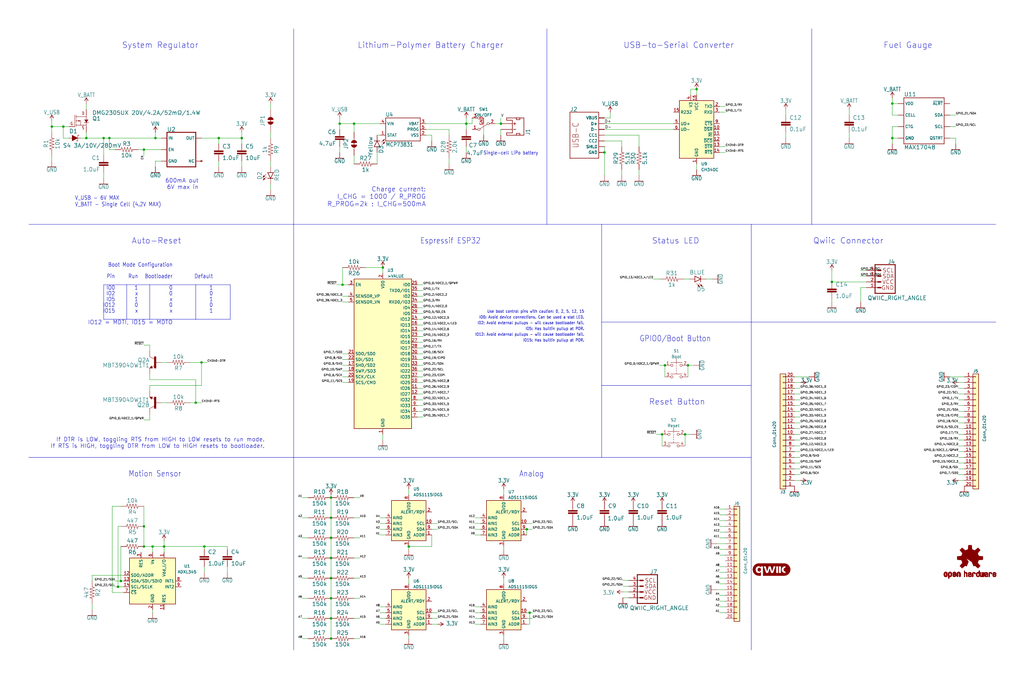
<source format=kicad_sch>
(kicad_sch (version 20230121) (generator eeschema)
  (paper "User" 451.815 299.39)
  (title_block (title "posture") (date "2023-02-28") (rev "0") (company "hasatio"))
  (lib_symbols
    (symbol "Analog_ADC:ADS1115IDGS"
      (property "Reference" "U" (at 2.54 13.97 0))
      (property "Value" "ADS1115IDGS" (at 7.62 11.43 0))
      (symbol "ADS1115IDGS_1_1"
        (pin input line (at 10.16 -5.08 180) (length 2.54) (name "ADDR") (number "1"))
        (pin input line (at 10.16 0 180) (length 2.54) (name "SCL") (number "10"))
        (pin output line (at 10.16 5.08 180) (length 2.54) (name "ALERT/RDY") (number "2"))
        (pin power_in line (at 0 -10.16 90) (length 2.54) (name "GND") (number "3"))
        (pin input line (at -10.16 2.54 0) (length 2.54) (name "AIN0") (number "4"))
        (pin input line (at -10.16 0 0) (length 2.54) (name "AIN1") (number "5"))
        (pin input line (at -10.16 -2.54 0) (length 2.54) (name "AIN2") (number "6"))
        (pin input line (at -10.16 -5.08 0) (length 2.54) (name "AIN3") (number "7"))
        (pin power_in line (at 0 12.7 270) (length 2.54) (name "VDD") (number "8"))
        (pin bidirectional line (at 10.16 -2.54 180) (length 2.54) (name "SDA") (number "9"))
      )
    )
    (symbol "Connector_Generic:Conn_01x20" (pin_names (offset 1.016) hide)
      (property "Reference" "J" (at 0 25.4 0))
      (property "Value" "Conn_01x20" (at 0 -27.94 0))
      (symbol "Conn_01x20_1_1"
        (pin passive line (at -5.08 22.86 0) (length 3.81) (name "Pin_1") (number "1"))
        (pin passive line (at -5.08 0 0) (length 3.81) (name "Pin_10") (number "10"))
        (pin passive line (at -5.08 -2.54 0) (length 3.81) (name "Pin_11") (number "11"))
        (pin passive line (at -5.08 -5.08 0) (length 3.81) (name "Pin_12") (number "12"))
        (pin passive line (at -5.08 -7.62 0) (length 3.81) (name "Pin_13") (number "13"))
        (pin passive line (at -5.08 -10.16 0) (length 3.81) (name "Pin_14") (number "14"))
        (pin passive line (at -5.08 -12.7 0) (length 3.81) (name "Pin_15") (number "15"))
        (pin passive line (at -5.08 -15.24 0) (length 3.81) (name "Pin_16") (number "16"))
        (pin passive line (at -5.08 -17.78 0) (length 3.81) (name "Pin_17") (number "17"))
        (pin passive line (at -5.08 -20.32 0) (length 3.81) (name "Pin_18") (number "18"))
        (pin passive line (at -5.08 -22.86 0) (length 3.81) (name "Pin_19") (number "19"))
        (pin passive line (at -5.08 20.32 0) (length 3.81) (name "Pin_2") (number "2"))
        (pin passive line (at -5.08 -25.4 0) (length 3.81) (name "Pin_20") (number "20"))
        (pin passive line (at -5.08 17.78 0) (length 3.81) (name "Pin_3") (number "3"))
        (pin passive line (at -5.08 15.24 0) (length 3.81) (name "Pin_4") (number "4"))
        (pin passive line (at -5.08 12.7 0) (length 3.81) (name "Pin_5") (number "5"))
        (pin passive line (at -5.08 10.16 0) (length 3.81) (name "Pin_6") (number "6"))
        (pin passive line (at -5.08 7.62 0) (length 3.81) (name "Pin_7") (number "7"))
        (pin passive line (at -5.08 5.08 0) (length 3.81) (name "Pin_8") (number "8"))
        (pin passive line (at -5.08 2.54 0) (length 3.81) (name "Pin_9") (number "9"))
      )
    )
    (symbol "Interface_USB:CH340C"
      (property "Reference" "U" (at -5.08 13.97 0))
      (property "Value" "CH340C" (at 1.27 13.97 0))
      (symbol "CH340C_1_1"
        (pin power_in line (at 0 -15.24 90) (length 2.54) (name "GND") (number "1"))
        (pin input line (at 10.16 0 180) (length 2.54) (name "~{DSR}") (number "10"))
        (pin input line (at 10.16 -2.54 180) (length 2.54) (name "~{RI}") (number "11"))
        (pin input line (at 10.16 -5.08 180) (length 2.54) (name "~{DCD}") (number "12"))
        (pin output line (at 10.16 -7.62 180) (length 2.54) (name "~{DTR}") (number "13"))
        (pin output line (at 10.16 -10.16 180) (length 2.54) (name "~{RTS}") (number "14"))
        (pin input line (at -10.16 7.62 0) (length 2.54) (name "R232") (number "15"))
        (pin power_in line (at 0 15.24 270) (length 2.54) (name "VCC") (number "16"))
        (pin output line (at 10.16 10.16 180) (length 2.54) (name "TXD") (number "2"))
        (pin input line (at 10.16 7.62 180) (length 2.54) (name "RXD") (number "3"))
        (pin passive line (at -2.54 15.24 270) (length 2.54) (name "V3") (number "4"))
        (pin bidirectional line (at -10.16 2.54 0) (length 2.54) (name "UD+") (number "5"))
        (pin bidirectional line (at -10.16 0 0) (length 2.54) (name "UD-") (number "6"))
        (pin no_connect line (at -7.62 -7.62 0) (length 2.54) hide (name "NC") (number "7"))
        (pin no_connect line (at -7.62 -10.16 0) (length 2.54) hide (name "NC") (number "8"))
        (pin input line (at 10.16 2.54 180) (length 2.54) (name "~{CTS}") (number "9"))
      )
    )
    (symbol "RF_Module:ESP32-WROOM-32"
      (property "Reference" "U" (at -12.7 34.29 0))
      (property "Value" "ESP32-WROOM-32" (at 1.27 34.29 0))
      (symbol "ESP32-WROOM-32_1_1"
        (pin power_in line (at 0 -35.56 90) (length 2.54) (name "GND") (number "1"))
        (pin bidirectional line (at 15.24 -12.7 180) (length 2.54) (name "IO25") (number "10"))
        (pin bidirectional line (at 15.24 -15.24 180) (length 2.54) (name "IO26") (number "11"))
        (pin bidirectional line (at 15.24 -17.78 180) (length 2.54) (name "IO27") (number "12"))
        (pin bidirectional line (at 15.24 10.16 180) (length 2.54) (name "IO14") (number "13"))
        (pin bidirectional line (at 15.24 15.24 180) (length 2.54) (name "IO12") (number "14"))
        (pin passive line (at 0 -35.56 90) (length 2.54) hide (name "GND") (number "15"))
        (pin bidirectional line (at 15.24 12.7 180) (length 2.54) (name "IO13") (number "16"))
        (pin bidirectional line (at -15.24 -5.08 0) (length 2.54) (name "SHD/SD2") (number "17"))
        (pin bidirectional line (at -15.24 -7.62 0) (length 2.54) (name "SWP/SD3") (number "18"))
        (pin bidirectional line (at -15.24 -12.7 0) (length 2.54) (name "SCS/CMD") (number "19"))
        (pin power_in line (at 0 35.56 270) (length 2.54) (name "VDD") (number "2"))
        (pin bidirectional line (at -15.24 -10.16 0) (length 2.54) (name "SCK/CLK") (number "20"))
        (pin bidirectional line (at -15.24 0 0) (length 2.54) (name "SDO/SD0") (number "21"))
        (pin bidirectional line (at -15.24 -2.54 0) (length 2.54) (name "SDI/SD1") (number "22"))
        (pin bidirectional line (at 15.24 7.62 180) (length 2.54) (name "IO15") (number "23"))
        (pin bidirectional line (at 15.24 25.4 180) (length 2.54) (name "IO2") (number "24"))
        (pin bidirectional line (at 15.24 30.48 180) (length 2.54) (name "IO0") (number "25"))
        (pin bidirectional line (at 15.24 20.32 180) (length 2.54) (name "IO4") (number "26"))
        (pin bidirectional line (at 15.24 5.08 180) (length 2.54) (name "IO16") (number "27"))
        (pin bidirectional line (at 15.24 2.54 180) (length 2.54) (name "IO17") (number "28"))
        (pin bidirectional line (at 15.24 17.78 180) (length 2.54) (name "IO5") (number "29"))
        (pin input line (at -15.24 30.48 0) (length 2.54) (name "EN") (number "3"))
        (pin bidirectional line (at 15.24 0 180) (length 2.54) (name "IO18") (number "30"))
        (pin bidirectional line (at 15.24 -2.54 180) (length 2.54) (name "IO19") (number "31"))
        (pin no_connect line (at -12.7 -27.94 0) (length 2.54) hide (name "NC") (number "32"))
        (pin bidirectional line (at 15.24 -5.08 180) (length 2.54) (name "IO21") (number "33"))
        (pin bidirectional line (at 15.24 22.86 180) (length 2.54) (name "RXD0/IO3") (number "34"))
        (pin bidirectional line (at 15.24 27.94 180) (length 2.54) (name "TXD0/IO1") (number "35"))
        (pin bidirectional line (at 15.24 -7.62 180) (length 2.54) (name "IO22") (number "36"))
        (pin bidirectional line (at 15.24 -10.16 180) (length 2.54) (name "IO23") (number "37"))
        (pin passive line (at 0 -35.56 90) (length 2.54) hide (name "GND") (number "38"))
        (pin passive line (at 0 -35.56 90) (length 2.54) hide (name "GND") (number "39"))
        (pin input line (at -15.24 25.4 0) (length 2.54) (name "SENSOR_VP") (number "4"))
        (pin input line (at -15.24 22.86 0) (length 2.54) (name "SENSOR_VN") (number "5"))
        (pin input line (at 15.24 -25.4 180) (length 2.54) (name "IO34") (number "6"))
        (pin input line (at 15.24 -27.94 180) (length 2.54) (name "IO35") (number "7"))
        (pin bidirectional line (at 15.24 -20.32 180) (length 2.54) (name "IO32") (number "8"))
        (pin bidirectional line (at 15.24 -22.86 180) (length 2.54) (name "IO33") (number "9"))
      )
    )
    (symbol "Sensor_Motion:ADXL343"
      (property "Reference" "U" (at -8.89 11.43 0))
      (property "Value" "ADXL343" (at -7.62 -11.43 0))
      (symbol "ADXL343_1_1"
        (pin power_in line (at 5.08 12.7 270) (length 2.54) (name "Vdd_I/O") (number "1"))
        (pin no_connect line (at -5.08 -10.16 90) (length 2.54) hide (name "NC") (number "10"))
        (pin passive line (at 5.08 -12.7 90) (length 2.54) (name "RES") (number "11"))
        (pin bidirectional line (at -12.7 2.54 0) (length 2.54) (name "SDO/ADDR") (number "12"))
        (pin bidirectional line (at -12.7 0 0) (length 2.54) (name "SDA/SDI/SDIO") (number "13"))
        (pin input line (at -12.7 -2.54 0) (length 2.54) (name "SCL/SCLK") (number "14"))
        (pin power_in line (at 0 -12.7 90) (length 2.54) (name "GND") (number "2"))
        (pin passive line (at -5.08 12.7 270) (length 2.54) (name "RES") (number "3"))
        (pin passive line (at 0 -12.7 90) (length 2.54) hide (name "GND") (number "4"))
        (pin passive line (at 0 -12.7 90) (length 2.54) hide (name "GND") (number "5"))
        (pin power_in line (at 0 12.7 270) (length 2.54) (name "Vs") (number "6"))
        (pin input line (at -12.7 -5.08 0) (length 2.54) (name "~{CS}") (number "7"))
        (pin output line (at 12.7 0 180) (length 2.54) (name "INT1") (number "8"))
        (pin output line (at 12.7 -2.54 180) (length 2.54) (name "INT2") (number "9"))
      )
    )
    (symbol "SparkFun ESP32 Thing Plus C-eagle-import:0.1UF-0402T-16V-10%"
      (property "Reference" "C" (at 1.524 2.921 0))
      (property "Value" "0.1UF-0402T-16V-10%" (at 1.524 -2.159 0))
      (symbol "0.1UF-0402T-16V-10%_1_0"
        (pin passive line (at 0 5.08 270) (length 2.54) (name "1") (number "1"))
        (pin passive line (at 0 -2.54 90) (length 2.54) (name "2") (number "2"))
      )
    )
    (symbol "SparkFun ESP32 Thing Plus C-eagle-import:0.1UF-0402T-6.3V-10%-X7R"
      (property "Reference" "C" (at 1.524 2.921 0))
      (property "Value" "0.1UF-0402T-6.3V-10%-X7R" (at 1.524 -2.159 0))
      (symbol "0.1UF-0402T-6.3V-10%-X7R_1_0"
        (pin passive line (at 0 5.08 270) (length 2.54) (name "1") (number "1"))
        (pin passive line (at 0 -2.54 90) (length 2.54) (name "2") (number "2"))
      )
    )
    (symbol "SparkFun ESP32 Thing Plus C-eagle-import:1.0UF-0402T-16V-10%"
      (property "Reference" "C" (at 1.524 2.921 0))
      (property "Value" "1.0UF-0402T-16V-10%" (at 1.524 -2.159 0))
      (symbol "1.0UF-0402T-16V-10%_1_0"
        (pin passive line (at 0 5.08 270) (length 2.54) (name "1") (number "1"))
        (pin passive line (at 0 -2.54 90) (length 2.54) (name "2") (number "2"))
      )
    )
    (symbol "SparkFun ESP32 Thing Plus C-eagle-import:10KOHM-0402T-1{slash}16W-1%"
      (property "Reference" "R" (at 0 1.524 0))
      (property "Value" "10KOHM-0402T-1{slash}16W-1%" (at 0 -1.524 0))
      (symbol "10KOHM-0402T-1{slash}16W-1%_1_0"
        (pin passive line (at -5.08 0 0) (length 2.54) (name "1") (number "1"))
        (pin passive line (at 5.08 0 180) (length 2.54) (name "2") (number "2"))
      )
    )
    (symbol "SparkFun ESP32 Thing Plus C-eagle-import:10UF-0402T-6.3V-20%"
      (property "Reference" "C" (at 1.524 2.921 0))
      (property "Value" "10UF-0402T-6.3V-20%" (at 1.524 -2.159 0))
      (symbol "10UF-0402T-6.3V-20%_1_0"
        (pin passive line (at 0 5.08 270) (length 2.54) (name "1") (number "1"))
        (pin passive line (at 0 -2.54 90) (length 2.54) (name "2") (number "2"))
      )
    )
    (symbol "SparkFun ESP32 Thing Plus C-eagle-import:1KOHM-0402T-1{slash}16W-1%"
      (property "Reference" "R" (at 0 1.524 0))
      (property "Value" "1KOHM-0402T-1{slash}16W-1%" (at 0 -1.524 0))
      (symbol "1KOHM-0402T-1{slash}16W-1%_1_0"
        (pin passive line (at -5.08 0 0) (length 2.54) (name "1") (number "1"))
        (pin passive line (at 5.08 0 180) (length 2.54) (name "2") (number "2"))
      )
    )
    (symbol "SparkFun ESP32 Thing Plus C-eagle-import:2.0KOHM-0603-1{slash}10W-5%"
      (property "Reference" "R" (at 0 1.524 0))
      (property "Value" "2.0KOHM-0603-1{slash}10W-5%" (at 0 -1.524 0))
      (symbol "2.0KOHM-0603-1{slash}10W-5%_1_0"
        (pin passive line (at -5.08 0 0) (length 2.54) (name "1") (number "1"))
        (pin passive line (at 5.08 0 180) (length 2.54) (name "2") (number "2"))
      )
    )
    (symbol "SparkFun ESP32 Thing Plus C-eagle-import:3.3V" (power)
      (property "Value" "3.3V" (at 0 2.794 0))
      (symbol "3.3V_1_0"
        (pin power_in line (at 0 0 90) (length 2.54) (name "3.3V") (number "1"))
      )
    )
    (symbol "SparkFun ESP32 Thing Plus C-eagle-import:4.7UF-0402_TIGHT-6.3V-20%-X5R"
      (property "Reference" "C" (at 1.524 2.921 0))
      (property "Value" "4.7UF-0402_TIGHT-6.3V-20%-X5R" (at 1.524 -2.159 0))
      (symbol "4.7UF-0402_TIGHT-6.3V-20%-X5R_1_0"
        (pin passive line (at 0 5.08 270) (length 2.54) (name "1") (number "1"))
        (pin passive line (at 0 -2.54 90) (length 2.54) (name "2") (number "2"))
      )
    )
    (symbol "SparkFun ESP32 Thing Plus C-eagle-import:4.7UF-0603-35V-(20%)"
      (property "Reference" "C" (at 1.524 2.921 0))
      (property "Value" "4.7UF-0603-35V-(20%)" (at 1.524 -2.159 0))
      (symbol "4.7UF-0603-35V-(20%)_1_0"
        (pin passive line (at 0 5.08 270) (length 2.54) (name "1") (number "1"))
        (pin passive line (at 0 -2.54 90) (length 2.54) (name "2") (number "2"))
      )
    )
    (symbol "SparkFun ESP32 Thing Plus C-eagle-import:5.1KOHM-0402T-1{slash}16W-1%"
      (property "Reference" "R" (at 0 1.524 0))
      (property "Value" "5.1KOHM-0402T-1{slash}16W-1%" (at 0 -1.524 0))
      (symbol "5.1KOHM-0402T-1{slash}16W-1%_1_0"
        (pin passive line (at -5.08 0 0) (length 2.54) (name "1") (number "1"))
        (pin passive line (at 5.08 0 180) (length 2.54) (name "2") (number "2"))
      )
    )
    (symbol "SparkFun ESP32 Thing Plus C-eagle-import:DIODE-SCHOTTKY-BAT60A"
      (property "Reference" "D" (at -2.54 2.032 0))
      (property "Value" "DIODE-SCHOTTKY-BAT60A" (at -2.54 -2.032 0))
      (symbol "DIODE-SCHOTTKY-BAT60A_1_0"
        (pin passive line (at -2.54 0 0) (length 0) (name "A") (number "A"))
        (pin passive line (at 2.54 0 180) (length 0) (name "C") (number "C"))
      )
    )
    (symbol "SparkFun ESP32 Thing Plus C-eagle-import:GND" (power)
      (property "Value" "GND" (at 0 -0.254 0))
      (symbol "GND_1_0"
        (pin power_in line (at 0 2.54 270) (length 2.54) (name "GND") (number "1"))
      )
    )
    (symbol "SparkFun ESP32 Thing Plus C-eagle-import:JST_2MM_MALE"
      (property "Reference" "J" (at -2.54 5.842 0))
      (symbol "JST_2MM_MALE_1_0"
        (pin bidirectional line (at 0 -5.08 90) (length 5.08) (name "-") (number "1"))
        (pin bidirectional line (at 2.54 -5.08 90) (length 5.08) (name "+") (number "2"))
        (pin bidirectional line (at -2.54 2.54 90) (length 0) (name "PAD1") (number "NC1"))
        (pin bidirectional line (at 5.08 2.54 90) (length 0) (name "PAD2") (number "NC2"))
      )
    )
    (symbol "SparkFun ESP32 Thing Plus C-eagle-import:JUMPER-SMT_2_NC_TRACE_SILK"
      (property "Reference" "JP" (at -2.54 2.54 0))
      (property "Value" "JUMPER-SMT_2_NC_TRACE_SILK" (at -2.54 -2.54 0))
      (symbol "JUMPER-SMT_2_NC_TRACE_SILK_1_0"
        (pin passive line (at -5.08 0 0) (length 2.54) (name "1") (number "1"))
        (pin passive line (at 5.08 0 180) (length 2.54) (name "2") (number "2"))
      )
    )
    (symbol "SparkFun ESP32 Thing Plus C-eagle-import:LED-BLUE0603"
      (property "Reference" "D" (at -3.429 -4.572 90))
      (property "Value" "LED-BLUE0603" (at 1.905 -4.572 90))
      (symbol "LED-BLUE0603_1_0"
        (pin passive line (at 0 2.54 270) (length 2.54) (name "A") (number "A"))
        (pin passive line (at 0 -5.08 90) (length 2.54) (name "C") (number "C"))
      )
    )
    (symbol "SparkFun ESP32 Thing Plus C-eagle-import:LED-RED0603"
      (property "Reference" "D" (at -3.429 -4.572 90))
      (property "Value" "LED-RED0603" (at 1.905 -4.572 90))
      (symbol "LED-RED0603_1_0"
        (pin passive line (at 0 2.54 270) (length 2.54) (name "A") (number "A"))
        (pin passive line (at 0 -5.08 90) (length 2.54) (name "C") (number "C"))
      )
    )
    (symbol "SparkFun ESP32 Thing Plus C-eagle-import:LED-YELLOW0603"
      (property "Reference" "D" (at -3.429 -4.572 90))
      (property "Value" "LED-YELLOW0603" (at 1.905 -4.572 90))
      (symbol "LED-YELLOW0603_1_0"
        (pin passive line (at 0 2.54 270) (length 2.54) (name "A") (number "A"))
        (pin passive line (at 0 -5.08 90) (length 2.54) (name "C") (number "C"))
      )
    )
    (symbol "SparkFun ESP32 Thing Plus C-eagle-import:MAX17048DFN8"
      (property "Reference" "U" (at -10.16 10.668 0))
      (property "Value" "MAX17048DFN8" (at -10.16 -12.7 0))
      (symbol "MAX17048DFN8_1_0"
        (pin input line (at -12.7 -2.54 0) (length 2.54) (name "CTG") (number "1"))
        (pin input line (at -12.7 2.54 0) (length 2.54) (name "CELL") (number "2"))
        (pin bidirectional line (at -12.7 7.62 0) (length 2.54) (name "VDD") (number "3"))
        (pin bidirectional line (at -12.7 -7.62 0) (length 2.54) (name "GND") (number "4"))
        (pin bidirectional line (at 10.16 7.62 180) (length 2.54) (name "~{ALRT}") (number "5"))
        (pin bidirectional line (at 10.16 -7.62 180) (length 2.54) (name "QSTRT") (number "6"))
        (pin output line (at 10.16 -2.54 180) (length 2.54) (name "SCL") (number "7"))
        (pin input line (at 10.16 2.54 180) (length 2.54) (name "SDA") (number "8"))
        (pin bidirectional line (at -12.7 -7.62 0) (length 2.54) (name "GND") (number "9"))
      )
    )
    (symbol "SparkFun ESP32 Thing Plus C-eagle-import:MCP73831"
      (property "Reference" "U" (at -7.62 5.588 0))
      (property "Value" "MCP73831" (at -7.62 -7.62 0))
      (symbol "MCP73831_1_0"
        (pin output line (at -10.16 -2.54 0) (length 2.54) (name "STAT") (number "1"))
        (pin power_in line (at 10.16 -2.54 180) (length 2.54) (name "VSS") (number "2"))
        (pin power_in line (at 10.16 2.54 180) (length 2.54) (name "VBAT") (number "3"))
        (pin power_in line (at -10.16 2.54 0) (length 2.54) (name "VIN") (number "4"))
        (pin input line (at 10.16 0 180) (length 2.54) (name "PROG") (number "5"))
      )
    )
    (symbol "SparkFun ESP32 Thing Plus C-eagle-import:MOSFET_PCH-DMG2305UX-7"
      (property "Reference" "Q" (at 5.08 0 0))
      (property "Value" "MOSFET_PCH-DMG2305UX-7" (at 5.08 -2.54 0))
      (symbol "MOSFET_PCH-DMG2305UX-7_1_0"
        (text "D" (at 0.508 2.54 0) (effects (font (size 1.27 1.0795)) (justify left bottom)))
        (text "G" (at -3.302 -0.508 0) (effects (font (size 1.27 1.0795)) (justify right top)))
        (text "S" (at 0.508 -3.81 0) (effects (font (size 1.27 1.0795)) (justify left bottom)))
        (pin bidirectional line (at -5.08 -2.54 0) (length 2.54) (name "G") (number "1"))
        (pin bidirectional line (at 2.54 -5.08 90) (length 2.54) (name "S") (number "2"))
        (pin bidirectional line (at 2.54 5.08 270) (length 2.54) (name "D") (number "3"))
      )
    )
    (symbol "SparkFun ESP32 Thing Plus C-eagle-import:OSHW-LOGOMINI")
    (symbol "SparkFun ESP32 Thing Plus C-eagle-import:QWIIC_CONNECTORJS-1MM"
      (property "Reference" "J" (at -5.08 7.874 0))
      (property "Value" "QWIIC_CONNECTORJS-1MM" (at -5.08 -5.334 0))
      (symbol "QWIIC_CONNECTORJS-1MM_1_0"
        (text "GND" (at -4.572 -2.54 0) (effects (font (size 1.778 1.778)) (justify left)))
        (text "SCL" (at -4.572 5.08 0) (effects (font (size 1.778 1.778)) (justify left)))
        (text "SDA" (at -4.572 2.54 0) (effects (font (size 1.778 1.778)) (justify left)))
        (text "VCC" (at -4.572 0 0) (effects (font (size 1.778 1.778)) (justify left)))
        (pin power_in line (at 7.62 -2.54 180) (length 5.08) (name "1") (number "1"))
        (pin power_in line (at 7.62 0 180) (length 5.08) (name "2") (number "2"))
        (pin passive line (at 7.62 2.54 180) (length 5.08) (name "3") (number "3"))
        (pin passive line (at 7.62 5.08 180) (length 5.08) (name "4") (number "4"))
      )
    )
    (symbol "SparkFun ESP32 Thing Plus C-eagle-import:QWIIC_LOGO_4MM")
    (symbol "SparkFun ESP32 Thing Plus C-eagle-import:TRANS_NPN_DUAL-MBT3904DW1T1"
      (property "Reference" "Q" (at 2.54 0 0))
      (property "Value" "TRANS_NPN_DUAL-MBT3904DW1T1" (at 2.54 -2.286 0))
      (symbol "TRANS_NPN_DUAL-MBT3904DW1T1_1_0"
        (pin passive line (at 2.54 5.08 270) (length 2.54) (name "C") (number "3"))
        (pin passive line (at 2.54 -5.08 90) (length 2.54) (name "E") (number "4"))
        (pin passive line (at -2.54 0 0) (length 2.54) (name "B") (number "5"))
      )
      (symbol "TRANS_NPN_DUAL-MBT3904DW1T1_2_0"
        (pin passive line (at 2.54 -5.08 90) (length 2.54) (name "E") (number "1"))
        (pin passive line (at -2.54 0 0) (length 2.54) (name "B") (number "2"))
        (pin passive line (at 2.54 5.08 270) (length 2.54) (name "C") (number "6"))
      )
    )
    (symbol "SparkFun ESP32 Thing Plus C-eagle-import:USB_C_2-LAYER_PADS"
      (property "Reference" "J" (at -2.54 10.414 0))
      (property "Value" "USB_C_2-LAYER_PADS" (at -2.54 -12.446 0))
      (symbol "USB_C_2-LAYER_PADS_1_0"
        (text "USB-C" (at 0 0 900) (effects (font (size 2.54 2.159))))
        (pin bidirectional line (at 12.7 0 180) (length 2.54) (name "CC1") (number "A5"))
        (pin bidirectional line (at 12.7 5.08 180) (length 2.54) (name "D+") (number "A6"))
        (pin bidirectional line (at 12.7 2.54 180) (length 2.54) (name "D-") (number "A7"))
        (pin bidirectional line (at 12.7 -2.54 180) (length 2.54) (name "CC2") (number "B5"))
        (pin bidirectional line (at 12.7 5.08 180) (length 2.54) (name "D+") (number "B6"))
        (pin bidirectional line (at 12.7 2.54 180) (length 2.54) (name "D-") (number "B7"))
        (pin bidirectional line (at 12.7 -7.62 180) (length 2.54) (name "GND") (number "GND"))
        (pin bidirectional line (at 12.7 -7.62 180) (length 2.54) (name "GND") (number "GND2"))
        (pin bidirectional line (at 12.7 -5.08 180) (length 2.54) (name "SHLD") (number "SHLD1"))
        (pin bidirectional line (at 12.7 -5.08 180) (length 2.54) (name "SHLD") (number "SHLD2"))
        (pin bidirectional line (at 12.7 -5.08 180) (length 2.54) (name "SHLD") (number "SHLD3"))
        (pin bidirectional line (at 12.7 -5.08 180) (length 2.54) (name "SHLD") (number "SHLD4"))
        (pin bidirectional line (at 12.7 7.62 180) (length 2.54) (name "VBUS") (number "VBUS1"))
        (pin bidirectional line (at 12.7 7.62 180) (length 2.54) (name "VBUS") (number "VBUS2"))
      )
    )
    (symbol "SparkFun ESP32 Thing Plus C-eagle-import:VIN" (power)
      (property "Value" "VIN" (at 0 2.794 0))
      (symbol "VIN_1_0"
        (pin power_in line (at 0 0 90) (length 2.54) (name "VIN") (number "1"))
      )
    )
    (symbol "SparkFun ESP32 Thing Plus C-eagle-import:V_BATT" (power)
      (property "Value" "V_BATT" (at 0 2.794 0))
      (symbol "V_BATT_1_0"
        (pin power_in line (at 0 0 90) (length 2.54) (name "V_BATT") (number "1"))
      )
    )
    (symbol "SparkFun ESP32 Thing Plus C-eagle-import:V_REG_AP2112K-3.3V"
      (property "Reference" "U" (at -7.62 7.874 0))
      (property "Value" "V_REG_AP2112K-3.3V" (at -7.62 -7.874 0))
      (symbol "V_REG_AP2112K-3.3V_1_0"
        (pin input line (at -10.16 5.08 0) (length 2.54) (name "IN") (number "1"))
        (pin input line (at -10.16 -5.08 0) (length 2.54) (name "GND") (number "2"))
        (pin input line (at -10.16 0 0) (length 2.54) (name "EN") (number "3"))
        (pin no_connect line (at 7.62 -5.08 180) (length 2.54) (name "NC") (number "4"))
        (pin passive line (at 7.62 5.08 180) (length 2.54) (name "OUT") (number "5"))
      )
    )
    (symbol "SparkFun ESP32 Thing Plus C-eagle-import:V_USB" (power)
      (property "Value" "V_USB" (at 0 2.794 0))
      (symbol "V_USB_1_0"
        (pin power_in line (at 0 0 90) (length 2.54) (name "V_USB") (number "1"))
      )
    )
    (symbol "Switch:SW_Push_Dual" (pin_names (offset 1.016) hide)
      (property "Reference" "SW" (at 1.27 2.54 0))
      (property "Value" "SW_Push_Dual" (at 0 -6.858 0))
      (symbol "SW_Push_Dual_0_1"
        (pin passive line (at -5.08 0 0) (length 2.54) (name "1") (number "1"))
        (pin passive line (at 5.08 0 180) (length 2.54) (name "2") (number "2"))
        (pin passive line (at -5.08 -5.08 0) (length 2.54) (name "3") (number "3"))
        (pin passive line (at 5.08 -5.08 180) (length 2.54) (name "4") (number "4"))
      )
    )
    (symbol "Switch:SW_SPDT" (pin_names (offset 0) hide)
      (property "Reference" "SW1" (at 0 6.35 0))
      (property "Value" "ON/OFF" (at 0 3.81 0))
      (symbol "SW_SPDT_1_0"
        (pin passive line (at 0 -2.54 90) (length 2.54) (name "GND") (number "GND"))
      )
      (symbol "SW_SPDT_1_1"
        (pin passive line (at 5.08 2.54 180) (length 2.54) (name "A") (number "1"))
        (pin passive line (at -5.08 0 0) (length 2.54) (name "B") (number "2"))
        (pin passive line (at 5.08 -2.54 180) (length 2.54) (name "C") (number "3"))
      )
    )
  )
  (junction (at 146.05 237.49))
  (junction (at 52.07 259.08))
  (junction (at 45.72 60.96))
  (junction (at 302.26 191.77))
  (junction (at 151.13 125.73))
  (junction (at 146.05 228.6))
  (junction (at 149.86 54.61))
  (junction (at 63.5 241.3))
  (junction (at 180.34 241.3))
  (junction (at 146.05 219.71))
  (junction (at 266.7 67.31))
  (junction (at 146.05 246.38))
  (junction (at 233.68 270.51))
  (junction (at 168.91 118.11))
  (junction (at 146.05 264.16))
  (junction (at 303.53 161.29))
  (junction (at 307.34 39.37))
  (junction (at 88.9 160.02))
  (junction (at 63.5 66.04))
  (junction (at 205.74 54.61))
  (junction (at 90.17 241.3))
  (junction (at 86.36 177.8))
  (junction (at 367.03 124.46))
  (junction (at 27.94 55.88))
  (junction (at 38.1 60.96))
  (junction (at 48.26 60.96))
  (junction (at 393.7 60.96))
  (junction (at 393.7 45.72))
  (junction (at 72.39 241.3))
  (junction (at 63.5 232.41))
  (junction (at 146.05 255.27))
  (junction (at 220.98 54.61))
  (junction (at 106.68 60.96))
  (junction (at 146.05 273.05))
  (junction (at 293.37 161.29))
  (junction (at 146.05 281.94))
  (junction (at 22.86 55.88))
  (junction (at 292.1 191.77))
  (junction (at 67.31 241.3))
  (junction (at 232.41 233.68))
  (junction (at 68.58 60.96))
  (junction (at 96.52 60.96))
  (junction (at 156.21 54.61))
  (junction (at 53.34 256.54))
  (wire (pts (xy 151.13 166.37) (xy 153.67 166.37)))
  (wire (pts (xy 186.69 143.51) (xy 184.15 143.51)))
  (wire (pts (xy 350.52 201.93) (xy 353.06 201.93)))
  (wire (pts (xy 421.64 60.96) (xy 421.64 63.5)))
  (wire (pts (xy 302.26 191.77) (xy 302.26 196.85)))
  (wire (pts (xy 133.35 255.27) (xy 135.89 255.27)))
  (wire (pts (xy 151.13 133.35) (xy 153.67 133.35)))
  (wire (pts (xy 317.5 252.73) (xy 320.04 252.73)))
  (polyline (pts (xy 331.47 142.24) (xy 439.42 142.24)))
  (wire (pts (xy 213.36 52.07) (xy 213.36 59.69)))
  (wire (pts (xy 88.9 170.18) (xy 88.9 160.02)))
  (wire (pts (xy 374.65 58.42) (xy 374.65 60.96)))
  (wire (pts (xy 151.13 163.83) (xy 153.67 163.83)))
  (wire (pts (xy 167.64 270.51) (xy 170.18 270.51)))
  (wire (pts (xy 168.91 118.11) (xy 168.91 120.65)))
  (wire (pts (xy 153.67 125.73) (xy 151.13 125.73)))
  (wire (pts (xy 350.52 171.45) (xy 353.06 171.45)))
  (wire (pts (xy 186.69 133.35) (xy 184.15 133.35)))
  (wire (pts (xy 422.91 199.39) (xy 425.45 199.39)))
  (wire (pts (xy 346.71 58.42) (xy 346.71 60.96)))
  (wire (pts (xy 52.07 259.08) (xy 54.61 259.08)))
  (wire (pts (xy 68.58 60.96) (xy 48.26 60.96)))
  (wire (pts (xy 208.28 52.07) (xy 208.28 54.61)))
  (wire (pts (xy 158.75 219.71) (xy 156.21 219.71)))
  (wire (pts (xy 419.1 55.88) (xy 421.64 55.88)))
  (wire (pts (xy 68.58 60.96) (xy 68.58 58.42)))
  (wire (pts (xy 71.12 71.12) (xy 68.58 71.12)))
  (polyline (pts (xy 265.43 170.18) (xy 331.47 170.18)))
  (polyline (pts (xy 101.6 125.73) (xy 101.6 140.97)))
  (wire (pts (xy 422.91 186.69) (xy 425.45 186.69)))
  (wire (pts (xy 422.91 204.47) (xy 425.45 204.47)))
  (wire (pts (xy 53.34 241.3) (xy 53.34 256.54)))
  (wire (pts (xy 209.55 270.51) (xy 212.09 270.51)))
  (wire (pts (xy 396.24 50.8) (xy 393.7 50.8)))
  (wire (pts (xy 198.12 57.15) (xy 198.12 59.69)))
  (wire (pts (xy 317.5 224.79) (xy 320.04 224.79)))
  (wire (pts (xy 307.34 72.39) (xy 307.34 74.93)))
  (wire (pts (xy 146.05 219.71) (xy 146.05 228.6)))
  (wire (pts (xy 187.96 59.69) (xy 190.5 59.69)))
  (wire (pts (xy 350.52 168.91) (xy 353.06 168.91)))
  (wire (pts (xy 66.04 185.42) (xy 63.5 185.42)))
  (wire (pts (xy 307.34 39.37) (xy 304.8 39.37)))
  (wire (pts (xy 52.07 232.41) (xy 52.07 259.08)))
  (wire (pts (xy 266.7 54.61) (xy 297.18 54.61)))
  (polyline (pts (xy 129.54 201.93) (xy 265.43 201.93)))
  (polyline (pts (xy 45.72 140.97) (xy 45.72 125.73)))
  (wire (pts (xy 274.32 77.47) (xy 274.32 74.93)))
  (wire (pts (xy 86.36 167.64) (xy 66.04 167.64)))
  (wire (pts (xy 38.1 45.72) (xy 38.1 48.26)))
  (wire (pts (xy 50.8 259.08) (xy 52.07 259.08)))
  (wire (pts (xy 151.13 130.81) (xy 153.67 130.81)))
  (wire (pts (xy 40.64 269.24) (xy 40.64 266.7)))
  (wire (pts (xy 149.86 67.31) (xy 149.86 64.77)))
  (wire (pts (xy 419.1 50.8) (xy 421.64 50.8)))
  (wire (pts (xy 156.21 54.61) (xy 167.64 54.61)))
  (wire (pts (xy 350.52 191.77) (xy 353.06 191.77)))
  (wire (pts (xy 22.86 71.12) (xy 22.86 68.58)))
  (wire (pts (xy 186.69 148.59) (xy 184.15 148.59)))
  (wire (pts (xy 190.5 59.69) (xy 190.5 62.23)))
  (wire (pts (xy 86.36 177.8) (xy 88.9 177.8)))
  (wire (pts (xy 350.52 207.01) (xy 353.06 207.01)))
  (wire (pts (xy 73.66 177.8) (xy 71.12 177.8)))
  (wire (pts (xy 186.69 184.15) (xy 184.15 184.15)))
  (wire (pts (xy 63.5 66.04) (xy 63.5 68.58)))
  (wire (pts (xy 149.86 54.61) (xy 149.86 52.07)))
  (wire (pts (xy 317.5 262.89) (xy 320.04 262.89)))
  (wire (pts (xy 303.53 161.29) (xy 306.07 161.29)))
  (wire (pts (xy 205.74 54.61) (xy 208.28 54.61)))
  (wire (pts (xy 209.55 267.97) (xy 212.09 267.97)))
  (wire (pts (xy 317.5 245.11) (xy 320.04 245.11)))
  (wire (pts (xy 205.74 54.61) (xy 187.96 54.61)))
  (wire (pts (xy 205.74 57.15) (xy 205.74 54.61)))
  (wire (pts (xy 73.66 160.02) (xy 71.12 160.02)))
  (wire (pts (xy 133.35 228.6) (xy 135.89 228.6)))
  (wire (pts (xy 233.68 270.51) (xy 232.41 270.51)))
  (wire (pts (xy 27.94 60.96) (xy 30.48 60.96)))
  (wire (pts (xy 367.03 124.46) (xy 382.27 124.46)))
  (wire (pts (xy 266.7 62.23) (xy 274.32 62.23)))
  (wire (pts (xy 146.05 228.6) (xy 146.05 237.49)))
  (wire (pts (xy 53.34 256.54) (xy 54.61 256.54)))
  (wire (pts (xy 151.13 118.11) (xy 151.13 125.73)))
  (wire (pts (xy 314.198 123.19) (xy 311.658 123.19)))
  (wire (pts (xy 396.24 55.88) (xy 393.7 55.88)))
  (wire (pts (xy 266.7 67.31) (xy 266.7 77.47)))
  (wire (pts (xy 186.69 179.07) (xy 184.15 179.07)))
  (wire (pts (xy 187.96 57.15) (xy 198.12 57.15)))
  (wire (pts (xy 158.75 237.49) (xy 156.21 237.49)))
  (wire (pts (xy 274.828 261.366) (xy 277.368 261.366)))
  (wire (pts (xy 167.64 233.68) (xy 170.18 233.68)))
  (wire (pts (xy 274.32 62.23) (xy 274.32 64.77)))
  (wire (pts (xy 209.55 275.59) (xy 212.09 275.59)))
  (wire (pts (xy 167.64 267.97) (xy 170.18 267.97)))
  (wire (pts (xy 50.8 256.54) (xy 53.34 256.54)))
  (wire (pts (xy 350.52 189.23) (xy 353.06 189.23)))
  (wire (pts (xy 393.7 60.96) (xy 393.7 63.5)))
  (wire (pts (xy 146.05 264.16) (xy 146.05 273.05)))
  (polyline (pts (xy 86.36 125.73) (xy 86.36 140.97)))
  (wire (pts (xy 133.35 219.71) (xy 135.89 219.71)))
  (wire (pts (xy 88.9 160.02) (xy 91.44 160.02)))
  (wire (pts (xy 63.5 66.04) (xy 71.12 66.04)))
  (wire (pts (xy 90.17 241.3) (xy 90.17 242.57)))
  (wire (pts (xy 346.71 48.26) (xy 346.71 50.8)))
  (wire (pts (xy 205.74 67.31) (xy 205.74 64.77)))
  (wire (pts (xy 374.65 48.26) (xy 374.65 50.8)))
  (wire (pts (xy 96.52 73.66) (xy 96.52 71.12)))
  (wire (pts (xy 38.1 60.96) (xy 45.72 60.96)))
  (wire (pts (xy 266.7 59.69) (xy 281.94 59.69)))
  (polyline (pts (xy 331.47 287.02) (xy 331.47 201.93)))
  (wire (pts (xy 186.69 135.89) (xy 184.15 135.89)))
  (wire (pts (xy 22.86 58.42) (xy 22.86 55.88)))
  (wire (pts (xy 209.55 228.6) (xy 212.09 228.6)))
  (wire (pts (xy 168.91 194.31) (xy 168.91 191.77)))
  (wire (pts (xy 149.86 54.61) (xy 156.21 54.61)))
  (wire (pts (xy 277.368 263.906) (xy 274.828 263.906)))
  (wire (pts (xy 317.5 237.49) (xy 320.04 237.49)))
  (wire (pts (xy 198.12 69.85) (xy 198.12 72.39)))
  (wire (pts (xy 151.13 168.91) (xy 153.67 168.91)))
  (wire (pts (xy 133.35 264.16) (xy 135.89 264.16)))
  (wire (pts (xy 180.34 242.57) (xy 180.34 241.3)))
  (wire (pts (xy 422.91 168.91) (xy 425.45 168.91)))
  (wire (pts (xy 151.13 158.75) (xy 153.67 158.75)))
  (wire (pts (xy 63.5 241.3) (xy 67.31 241.3)))
  (wire (pts (xy 180.34 281.94) (xy 180.34 280.67)))
  (polyline (pts (xy 265.43 99.06) (xy 331.47 99.06)))
  (wire (pts (xy 72.39 238.76) (xy 72.39 241.3)))
  (wire (pts (xy 146.05 237.49) (xy 146.05 246.38)))
  (wire (pts (xy 119.38 45.72) (xy 119.38 48.26)))
  (wire (pts (xy 90.17 241.3) (xy 72.39 241.3)))
  (wire (pts (xy 119.38 71.12) (xy 119.38 73.66)))
  (wire (pts (xy 350.52 209.55) (xy 353.06 209.55)))
  (wire (pts (xy 119.38 58.42) (xy 119.38 60.96)))
  (wire (pts (xy 45.72 60.96) (xy 45.72 68.58)))
  (wire (pts (xy 193.04 233.68) (xy 190.5 233.68)))
  (wire (pts (xy 422.91 209.55) (xy 425.45 209.55)))
  (wire (pts (xy 40.64 254) (xy 40.64 256.54)))
  (wire (pts (xy 158.75 273.05) (xy 156.21 273.05)))
  (wire (pts (xy 186.69 140.97) (xy 184.15 140.97)))
  (wire (pts (xy 350.52 176.53) (xy 353.06 176.53)))
  (wire (pts (xy 317.5 242.57) (xy 320.04 242.57)))
  (wire (pts (xy 158.75 228.6) (xy 156.21 228.6)))
  (polyline (pts (xy 86.36 140.97) (xy 66.04 140.97)))
  (wire (pts (xy 317.5 229.87) (xy 320.04 229.87)))
  (wire (pts (xy 186.69 128.27) (xy 184.15 128.27)))
  (wire (pts (xy 422.91 176.53) (xy 425.45 176.53)))
  (wire (pts (xy 167.64 275.59) (xy 170.18 275.59)))
  (wire (pts (xy 66.04 185.42) (xy 66.04 182.88)))
  (wire (pts (xy 209.55 273.05) (xy 212.09 273.05)))
  (wire (pts (xy 422.91 171.45) (xy 425.45 171.45)))
  (wire (pts (xy 90.17 252.73) (xy 90.17 250.19)))
  (wire (pts (xy 186.69 151.13) (xy 184.15 151.13)))
  (polyline (pts (xy 45.72 125.73) (xy 55.88 125.73)))
  (wire (pts (xy 66.04 154.94) (xy 66.04 152.4)))
  (wire (pts (xy 393.7 45.72) (xy 393.7 43.18)))
  (wire (pts (xy 166.37 67.31) (xy 166.37 72.39)))
  (wire (pts (xy 106.68 58.42) (xy 106.68 60.96)))
  (polyline (pts (xy 12.7 99.06) (xy 129.54 99.06)))
  (wire (pts (xy 146.05 255.27) (xy 146.05 264.16)))
  (wire (pts (xy 317.5 270.51) (xy 320.04 270.51)))
  (wire (pts (xy 393.7 50.8) (xy 393.7 45.72)))
  (wire (pts (xy 133.35 281.94) (xy 135.89 281.94)))
  (wire (pts (xy 186.69 125.73) (xy 184.15 125.73)))
  (wire (pts (xy 53.34 232.41) (xy 52.07 232.41)))
  (wire (pts (xy 382.27 119.38) (xy 379.73 119.38)))
  (polyline (pts (xy 241.3 99.06) (xy 265.43 99.06)))
  (wire (pts (xy 292.1 191.77) (xy 292.1 196.85)))
  (wire (pts (xy 166.37 59.69) (xy 167.64 59.69)))
  (polyline (pts (xy 331.47 201.93) (xy 331.47 170.18)))
  (wire (pts (xy 35.56 60.96) (xy 38.1 60.96)))
  (wire (pts (xy 350.52 179.07) (xy 353.06 179.07)))
  (wire (pts (xy 422.91 194.31) (xy 425.45 194.31)))
  (wire (pts (xy 68.58 71.12) (xy 68.58 73.66)))
  (wire (pts (xy 180.34 255.27) (xy 180.34 257.81)))
  (polyline (pts (xy 129.54 99.06) (xy 129.54 287.02)))
  (polyline (pts (xy 86.36 125.73) (xy 101.6 125.73)))
  (polyline (pts (xy 331.47 99.06) (xy 358.14 99.06)))
  (wire (pts (xy 317.5 267.97) (xy 320.04 267.97)))
  (wire (pts (xy 27.94 55.88) (xy 22.86 55.88)))
  (wire (pts (xy 22.86 53.34) (xy 22.86 55.88)))
  (polyline (pts (xy 55.88 125.73) (xy 66.04 125.73)))
  (wire (pts (xy 60.96 66.04) (xy 63.5 66.04)))
  (polyline (pts (xy 265.43 142.24) (xy 265.43 99.06)))
  (wire (pts (xy 186.69 153.67) (xy 184.15 153.67)))
  (wire (pts (xy 222.25 255.27) (xy 222.25 257.81)))
  (wire (pts (xy 274.828 258.826) (xy 277.368 258.826)))
  (wire (pts (xy 27.94 55.88) (xy 27.94 60.96)))
  (wire (pts (xy 158.75 281.94) (xy 156.21 281.94)))
  (wire (pts (xy 422.91 173.99) (xy 425.45 173.99)))
  (wire (pts (xy 96.52 60.96) (xy 106.68 60.96)))
  (wire (pts (xy 186.69 156.21) (xy 184.15 156.21)))
  (wire (pts (xy 149.86 54.61) (xy 149.86 57.15)))
  (wire (pts (xy 266.7 57.15) (xy 297.18 57.15)))
  (wire (pts (xy 393.7 55.88) (xy 393.7 60.96)))
  (wire (pts (xy 133.35 246.38) (xy 135.89 246.38)))
  (wire (pts (xy 190.5 241.3) (xy 180.34 241.3)))
  (polyline (pts (xy 129.54 99.06) (xy 241.3 99.06)))
  (wire (pts (xy 186.69 130.81) (xy 184.15 130.81)))
  (wire (pts (xy 232.41 275.59) (xy 233.68 275.59)))
  (wire (pts (xy 205.74 52.07) (xy 205.74 54.61)))
  (polyline (pts (xy 55.88 140.97) (xy 45.72 140.97)))
  (wire (pts (xy 146.05 246.38) (xy 146.05 255.27)))
  (wire (pts (xy 186.69 163.83) (xy 184.15 163.83)))
  (wire (pts (xy 167.64 231.14) (xy 170.18 231.14)))
  (wire (pts (xy 222.25 242.57) (xy 222.25 241.3)))
  (polyline (pts (xy 129.54 12.7) (xy 129.54 99.06)))
  (polyline (pts (xy 331.47 142.24) (xy 331.47 142.24)))
  (polyline (pts (xy 331.47 170.18) (xy 331.47 142.24)))
  (wire (pts (xy 193.04 231.14) (xy 190.5 231.14)))
  (wire (pts (xy 317.5 227.33) (xy 320.04 227.33)))
  (wire (pts (xy 86.36 177.8) (xy 86.36 167.64)))
  (wire (pts (xy 156.21 68.58) (xy 156.21 72.39)))
  (wire (pts (xy 209.55 233.68) (xy 212.09 233.68)))
  (wire (pts (xy 72.39 243.84) (xy 72.39 241.3)))
  (wire (pts (xy 48.26 60.96) (xy 45.72 60.96)))
  (wire (pts (xy 382.27 121.92) (xy 379.73 121.92)))
  (wire (pts (xy 317.5 49.53) (xy 320.04 49.53)))
  (wire (pts (xy 100.33 252.73) (xy 100.33 250.19)))
  (wire (pts (xy 422.91 212.09) (xy 425.45 212.09)))
  (wire (pts (xy 222.25 215.9) (xy 222.25 218.44)))
  (wire (pts (xy 67.31 241.3) (xy 67.31 243.84)))
  (polyline (pts (xy 66.04 125.73) (xy 66.04 140.97)))
  (polyline (pts (xy 66.04 125.73) (xy 86.36 125.73)))
  (wire (pts (xy 30.48 55.88) (xy 27.94 55.88)))
  (wire (pts (xy 38.1 58.42) (xy 38.1 60.96)))
  (wire (pts (xy 133.35 237.49) (xy 135.89 237.49)))
  (wire (pts (xy 151.13 156.21) (xy 153.67 156.21)))
  (wire (pts (xy 186.69 173.99) (xy 184.15 173.99)))
  (wire (pts (xy 288.29 123.19) (xy 291.338 123.19)))
  (wire (pts (xy 419.1 60.96) (xy 421.64 60.96)))
  (wire (pts (xy 88.9 60.96) (xy 96.52 60.96)))
  (wire (pts (xy 193.04 275.59) (xy 190.5 275.59)))
  (wire (pts (xy 158.75 264.16) (xy 156.21 264.16)))
  (wire (pts (xy 220.98 57.15) (xy 220.98 59.69)))
  (wire (pts (xy 422.91 184.15) (xy 425.45 184.15)))
  (wire (pts (xy 66.04 170.18) (xy 88.9 170.18)))
  (wire (pts (xy 96.52 60.96) (xy 96.52 63.5)))
  (wire (pts (xy 316.23 240.03) (xy 320.04 240.03)))
  (wire (pts (xy 350.52 212.09) (xy 353.06 212.09)))
  (wire (pts (xy 186.69 138.43) (xy 184.15 138.43)))
  (wire (pts (xy 304.038 123.19) (xy 301.498 123.19)))
  (wire (pts (xy 422.91 196.85) (xy 425.45 196.85)))
  (wire (pts (xy 303.53 161.29) (xy 303.53 166.37)))
  (wire (pts (xy 382.27 127) (xy 379.73 127)))
  (wire (pts (xy 156.21 54.61) (xy 156.21 58.42)))
  (wire (pts (xy 167.64 273.05) (xy 170.18 273.05)))
  (wire (pts (xy 133.35 273.05) (xy 135.89 273.05)))
  (wire (pts (xy 209.55 236.22) (xy 212.09 236.22)))
  (wire (pts (xy 63.5 232.41) (xy 63.5 241.3)))
  (wire (pts (xy 151.13 161.29) (xy 153.67 161.29)))
  (wire (pts (xy 119.38 83.82) (xy 119.38 81.28)))
  (wire (pts (xy 350.52 204.47) (xy 353.06 204.47)))
  (wire (pts (xy 66.04 172.72) (xy 66.04 170.18)))
  (wire (pts (xy 209.55 231.14) (xy 212.09 231.14)))
  (wire (pts (xy 218.44 54.61) (xy 220.98 54.61)))
  (wire (pts (xy 350.52 184.15) (xy 353.06 184.15)))
  (wire (pts (xy 350.52 196.85) (xy 353.06 196.85)))
  (wire (pts (xy 317.5 46.99) (xy 320.04 46.99)))
  (wire (pts (xy 66.04 167.64) (xy 66.04 165.1)))
  (wire (pts (xy 422.91 191.77) (xy 425.45 191.77)))
  (wire (pts (xy 234.95 273.05) (xy 232.41 273.05)))
  (wire (pts (xy 186.69 176.53) (xy 184.15 176.53)))
  (wire (pts (xy 161.29 118.11) (xy 168.91 118.11)))
  (wire (pts (xy 49.53 261.62) (xy 54.61 261.62)))
  (wire (pts (xy 233.68 275.59) (xy 233.68 270.51)))
  (wire (pts (xy 54.61 254) (xy 40.64 254)))
  (wire (pts (xy 419.1 166.37) (xy 425.45 166.37)))
  (wire (pts (xy 83.82 160.02) (xy 88.9 160.02)))
  (wire (pts (xy 277.368 256.286) (xy 274.828 256.286)))
  (wire (pts (xy 180.34 215.9) (xy 180.34 218.44)))
  (wire (pts (xy 45.72 76.2) (xy 45.72 78.74)))
  (polyline (pts (xy 265.43 170.18) (xy 265.43 142.24)))
  (wire (pts (xy 350.52 173.99) (xy 353.06 173.99)))
  (wire (pts (xy 234.95 270.51) (xy 233.68 270.51)))
  (wire (pts (xy 151.13 125.73) (xy 148.59 125.73)))
  (wire (pts (xy 186.69 161.29) (xy 184.15 161.29)))
  (polyline (pts (xy 101.6 140.97) (xy 86.36 140.97)))
  (wire (pts (xy 317.5 265.43) (xy 320.04 265.43)))
  (wire (pts (xy 367.03 133.35) (xy 367.03 132.08)))
  (wire (pts (xy 146.05 218.44) (xy 146.05 219.71)))
  (wire (pts (xy 269.24 52.07) (xy 269.24 49.53)))
  (polyline (pts (xy 265.43 170.18) (xy 265.43 201.93)))
  (wire (pts (xy 350.52 166.37) (xy 356.87 166.37)))
  (wire (pts (xy 193.04 273.05) (xy 190.5 273.05)))
  (wire (pts (xy 100.33 242.57) (xy 100.33 241.3)))
  (wire (pts (xy 350.52 194.31) (xy 353.06 194.31)))
  (wire (pts (xy 186.69 168.91) (xy 184.15 168.91)))
  (wire (pts (xy 106.68 60.96) (xy 106.68 63.5)))
  (wire (pts (xy 106.68 73.66) (xy 106.68 71.12)))
  (polyline (pts (xy 358.14 12.7) (xy 358.14 99.06)))
  (wire (pts (xy 83.82 177.8) (xy 86.36 177.8)))
  (wire (pts (xy 220.98 52.07) (xy 220.98 54.61)))
  (wire (pts (xy 53.34 223.52) (xy 49.53 223.52)))
  (wire (pts (xy 317.5 257.81) (xy 320.04 257.81)))
  (wire (pts (xy 290.83 161.29) (xy 293.37 161.29)))
  (wire (pts (xy 320.04 67.31) (xy 317.5 67.31)))
  (wire (pts (xy 158.75 255.27) (xy 156.21 255.27)))
  (wire (pts (xy 186.69 171.45) (xy 184.15 171.45)))
  (wire (pts (xy 67.31 241.3) (xy 72.39 241.3)))
  (wire (pts (xy 350.52 199.39) (xy 353.06 199.39)))
  (wire (pts (xy 292.1 191.77) (xy 289.56 191.77)))
  (wire (pts (xy 281.94 77.47) (xy 281.94 74.93)))
  (wire (pts (xy 307.34 41.91) (xy 307.34 39.37)))
  (wire (pts (xy 234.95 231.14) (xy 232.41 231.14)))
  (wire (pts (xy 316.23 260.35) (xy 320.04 260.35)))
  (wire (pts (xy 222.25 281.94) (xy 222.25 280.67)))
  (wire (pts (xy 317.5 250.19) (xy 320.04 250.19)))
  (wire (pts (xy 234.95 233.68) (xy 232.41 233.68)))
  (polyline (pts (xy 55.88 125.73) (xy 55.88 140.97)))
  (wire (pts (xy 422.91 201.93) (xy 425.45 201.93)))
  (wire (pts (xy 190.5 236.22) (xy 190.5 241.3)))
  (wire (pts (xy 317.5 234.95) (xy 320.04 234.95)))
  (wire (pts (xy 186.69 181.61) (xy 184.15 181.61)))
  (wire (pts (xy 48.26 66.04) (xy 48.26 60.96)))
  (wire (pts (xy 422.91 179.07) (xy 425.45 179.07)))
  (wire (pts (xy 49.53 223.52) (xy 49.53 261.62)))
  (wire (pts (xy 422.91 207.01) (xy 425.45 207.01)))
  (wire (pts (xy 317.5 64.77) (xy 320.04 64.77)))
  (wire (pts (xy 393.7 45.72) (xy 396.24 45.72)))
  (wire (pts (xy 63.5 223.52) (xy 63.5 232.41)))
  (wire (pts (xy 281.94 59.69) (xy 281.94 64.77)))
  (wire (pts (xy 266.7 64.77) (xy 266.7 67.31)))
  (wire (pts (xy 186.69 146.05) (xy 184.15 146.05)))
  (wire (pts (xy 71.12 60.96) (xy 68.58 60.96)))
  (wire (pts (xy 167.64 236.22) (xy 170.18 236.22)))
  (wire (pts (xy 317.5 232.41) (xy 320.04 232.41)))
  (wire (pts (xy 146.05 273.05) (xy 146.05 281.94)))
  (polyline (pts (xy 331.47 201.93) (xy 265.43 201.93)))
  (wire (pts (xy 379.73 127) (xy 379.73 133.35)))
  (wire (pts (xy 193.04 270.51) (xy 190.5 270.51)))
  (wire (pts (xy 367.03 119.38) (xy 367.03 124.46)))
  (polyline (pts (xy 265.43 142.24) (xy 331.47 142.24)))
  (polyline (pts (xy 12.7 201.93) (xy 129.54 201.93)))
  (wire (pts (xy 422.91 181.61) (xy 425.45 181.61)))
  (wire (pts (xy 302.26 191.77) (xy 304.8 191.77)))
  (polyline (pts (xy 331.47 142.24) (xy 331.47 99.06)))
  (wire (pts (xy 186.69 166.37) (xy 184.15 166.37)))
  (wire (pts (xy 100.33 241.3) (xy 90.17 241.3)))
  (wire (pts (xy 232.41 233.68) (xy 232.41 236.22)))
  (wire (pts (xy 317.5 255.27) (xy 320.04 255.27)))
  (wire (pts (xy 158.75 246.38) (xy 156.21 246.38)))
  (wire (pts (xy 50.8 66.04) (xy 48.26 66.04)))
  (polyline (pts (xy 358.14 99.06) (xy 439.42 99.06)))
  (wire (pts (xy 350.52 186.69) (xy 353.06 186.69)))
  (wire (pts (xy 304.8 41.91) (xy 304.8 39.37)))
  (wire (pts (xy 167.64 228.6) (xy 170.18 228.6)))
  (wire (pts (xy 186.69 158.75) (xy 184.15 158.75)))
  (wire (pts (xy 422.91 189.23) (xy 425.45 189.23)))
  (wire (pts (xy 66.04 152.4) (xy 63.5 152.4)))
  (wire (pts (xy 269.24 52.07) (xy 266.7 52.07)))
  (wire (pts (xy 67.31 270.51) (xy 67.31 269.24)))
  (wire (pts (xy 396.24 60.96) (xy 393.7 60.96)))
  (wire (pts (xy 350.52 181.61) (xy 353.06 181.61)))
  (polyline (pts (xy 241.3 12.7) (xy 241.3 99.06)))
  (wire (pts (xy 293.37 166.37) (xy 293.37 161.29)))
  (polyline (pts (xy 66.04 140.97) (xy 55.88 140.97)))
  (text "Fuel Gauge" (at 411.48 21.59 0) (effects (font (size 2.54 2.54)) (justify right bottom)))
  (text "Auto-Reset" (at 80.01 107.95 0) (effects (font (size 2.54 2.54)) (justify right bottom)))
  (text "IO15" (at 50.8 138.43 0) (effects (font (size 1.778 1.5113)) (justify right bottom)))
  (text "Boot Mode Configuration" (at 76.2 118.11 0) (effects (font (size 1.778 1.5113)) (justify right bottom)))
  (text "1" (at 60.96 133.35 0) (effects (font (size 1.778 1.5113)) (justify right bottom)))
  (text "0" (at 93.98 130.81 0) (effects (font (size 1.778 1.5113)) (justify right bottom)))
  (text "Reset Button" (at 311.15 179.07 0) (effects (font (size 2.54 2.54)) (justify right bottom)))
  (text "x" (at 76.2 138.43 0) (effects (font (size 1.778 1.5113)) (justify right bottom)))
  (text "Default" (at 93.98 123.19 0) (effects (font (size 1.778 1.5113)) (justify right bottom)))
  (text "Pin" (at 50.8 123.19 0) (effects (font (size 1.778 1.5113)) (justify right bottom)))
  (text "IO5: Has builtin pullup at POR." (at 257.81 146.05 0) (effects (font (size 1.27 1.0795)) (justify right bottom)))
  (text "IO5" (at 50.8 133.35 0) (effects (font (size 1.778 1.5113)) (justify right bottom)))
  (text "Run" (at 60.96 123.19 0) (effects (font (size 1.778 1.5113)) (justify right bottom)))
  (text "Qwiic Connector" (at 389.89 107.95 0) (effects (font (size 2.54 2.54)) (justify right bottom)))
  (text "IO0" (at 50.8 128.27 0) (effects (font (size 1.778 1.5113)) (justify right bottom)))
  (text "V_USB - 6V MAX\nV_BATT - Single Cell (4.2V MAX)" (at 33.02 91.44 0) (effects (font (size 1.778 1.5113)) (justify left bottom)))
  (text "Lithium-Polymer Battery Charger" (at 222.25 21.59 0) (effects (font (size 2.54 2.54)) (justify right bottom)))
  (text "IO2" (at 50.8 130.81 0) (effects (font (size 1.778 1.5113)) (justify right bottom)))
  (text "0" (at 76.2 128.27 0) (effects (font (size 1.778 1.5113)) (justify right bottom)))
  (text "1" (at 93.98 133.35 0) (effects (font (size 1.778 1.5113)) (justify right bottom)))
  (text "IO12: Avoid external pullups - will cause bootloader fail." (at 257.81 148.59 0) (effects (font (size 1.27 1.0795)) (justify right bottom)))
  (text "Espressif ESP32" (at 212.09 107.95 0) (effects (font (size 2.54 2.159)) (justify right bottom)))
  (text "IO12" (at 50.8 135.89 0) (effects (font (size 1.778 1.5113)) (justify right bottom)))
  (text "0" (at 76.2 130.81 0) (effects (font (size 1.778 1.5113)) (justify right bottom)))
  (text "0" (at 60.96 135.89 0) (effects (font (size 1.778 1.5113)) (justify right bottom)))
  (text "USB-to-Serial Converter" (at 323.85 21.59 0) (effects (font (size 2.54 2.54)) (justify right bottom)))
  (text "IO15: Has builtin pullup at POR." (at 257.81 151.13 0) (effects (font (size 1.27 1.0795)) (justify right bottom)))
  (text "Motion Sensor" (at 80.01 210.82 0) (effects (font (size 2.54 2.159)) (justify right bottom)))
  (text "Analog\n" (at 240.03 210.82 0) (effects (font (size 2.54 2.159)) (justify right bottom)))
  (text "x" (at 76.2 133.35 0) (effects (font (size 1.778 1.5113)) (justify right bottom)))
  (text "Status LED" (at 308.61 107.95 0) (effects (font (size 2.54 2.54)) (justify right bottom)))
  (text "Bootloader" (at 76.2 123.19 0) (effects (font (size 1.778 1.5113)) (justify right bottom)))
  (text "Use boot control pins with caution: 0, 2, 5, 12, 15" (at 257.81 138.43 0) (effects (font (size 1.27 1.0795)) (justify right bottom)))
  (text "x" (at 60.96 138.43 0) (effects (font (size 1.778 1.5113)) (justify right bottom)))
  (text "GPIO0/Boot Button" (at 313.69 151.13 0) (effects (font (size 2.54 2.159)) (justify right bottom)))
  (text "x" (at 60.96 130.81 0) (effects (font (size 1.778 1.5113)) (justify right bottom)))
  (text "Single-cell LiPo battery" (at 237.49 68.58 0) (effects (font (size 1.524 1.2954)) (justify right bottom)))
  (text "Charge current:\nI_CHG = 1000 / R_PROG\nR_PROG=2k : I_CHG=500mA" (at 187.96 91.44 0) (effects (font (size 2.032 2.032)) (justify right bottom)))
  (text "IO0: Avoid device connections. Can be used a stat LED." (at 257.81 140.97 0) (effects (font (size 1.27 1.0795)) (justify right bottom)))
  (text "0" (at 93.98 135.89 0) (effects (font (size 1.778 1.5113)) (justify right bottom)))
  (text "1" (at 93.98 128.27 0) (effects (font (size 1.778 1.5113)) (justify right bottom)))
  (text "600mA out\n6V max in" (at 87.63 83.82 0) (effects (font (size 1.778 1.778)) (justify right bottom)))
  (text "1" (at 93.98 138.43 0) (effects (font (size 1.778 1.5113)) (justify right bottom)))
  (text "If DTR is LOW, toggling RTS from HIGH to LOW resets to run mode.\nIf RTS is HIGH, toggling DTR from LOW to HIGH resets to bootloader." (at 116.84 198.12 0) (effects (font (size 1.778 1.778)) (justify right bottom)))
  (text "IO2: Avoid external pullups - will cause bootloader fail." (at 257.81 143.51 0) (effects (font (size 1.27 1.0795)) (justify right bottom)))
  (text "1" (at 60.96 128.27 0) (effects (font (size 1.778 1.5113)) (justify right bottom)))
  (text "0" (at 76.2 135.89 0) (effects (font (size 1.778 1.5113)) (justify right bottom)))
  (text "IO12 = MDTI, IO15 = MDTO" (at 76.2 143.51 0) (effects (font (size 1.778 1.778)) (justify right bottom)))
  (text "System Regulator" (at 87.63 21.59 0) (effects (font (size 2.54 2.54)) (justify right bottom)))
  (label "GPIO_10{slash}SWP" (at 353.06 204.47 0) (effects (font (size 0.889 0.889))))
  (label "A3" (at 167.64 231.14 180) (effects (font (size 0.889 0.889))))
  (label "GPIO_39/ADC1_3" (at 151.13 133.35 180) (effects (font (size 0.889 0.889))))
  (label "A9" (at 158.75 219.71 0) (effects (font (size 0.889 0.889))))
  (label "A5" (at 133.35 255.27 180) (effects (font (size 0.889 0.889))))
  (label "GPIO_32/ADC1_4" (at 353.06 181.61 0) (effects (font (size 0.889 0.889))))
  (label "GPIO_22/SCL" (at 234.95 231.14 0) (effects (font (size 0.889 0.889))))
  (label "A5" (at 167.64 275.59 180) (effects (font (size 0.889 0.889))))
  (label "GPIO_21/SDA" (at 186.69 161.29 0) (effects (font (size 0.889 0.889))))
  (label "GPIO_15/ADC2_3" (at 422.91 204.47 180) (effects (font (size 0.889 0.889))))
  (label "A1" (at 317.5 270.51 180) (effects (font (size 0.889 0.889))))
  (label "GPIO_22/SCL" (at 422.91 173.99 180) (effects (font (size 0.889 0.889))))
  (label "GPIO_5/SD_CS" (at 422.91 189.23 180) (effects (font (size 0.889 0.889))))
  (label "A4" (at 133.35 246.38 180) (effects (font (size 0.889 0.889))))
  (label "GPIO_18/SCK" (at 422.91 186.69 180) (effects (font (size 0.889 0.889))))
  (label "A12" (at 209.55 228.6 180) (effects (font (size 0.889 0.889))))
  (label "GPIO_21/SDA" (at 422.91 181.61 180) (effects (font (size 0.889 0.889))))
  (label "GPIO_14/ADC2_6" (at 353.06 194.31 0) (effects (font (size 0.889 0.889))))
  (label "GPIO_19/CIPO" (at 422.91 184.15 180) (effects (font (size 0.889 0.889))))
  (label "A15" (at 317.5 227.33 180) (effects (font (size 0.889 0.889))))
  (label "GPIO_22/SCL" (at 421.64 55.88 0) (effects (font (size 0.889 0.889))))
  (label "GPIO_9{slash}SHD" (at 151.13 161.29 180) (effects (font (size 0.889 0.889))))
  (label "A16" (at 317.5 224.79 180) (effects (font (size 0.889 0.889))))
  (label "V" (at 220.98 52.07 0))
  (label "GPIO_27/ADC2_7" (at 186.69 173.99 0) (effects (font (size 0.889 0.889))))
  (label "CH340-DTR" (at 91.44 160.02 0) (effects (font (size 0.889 0.889))))
  (label "GPIO_22/SCL" (at 379.73 119.38 0) (effects (font (size 0.889 0.889))))
  (label "GPIO_5/SD_CS" (at 186.69 138.43 0) (effects (font (size 0.889 0.889))))
  (label "GPIO_21/SDA" (at 50.8 256.54 180) (effects (font (size 0.889 0.889))))
  (label "EN" (at 63.5 68.58 270) (effects (font (size 0.889 0.889))))
  (label "A14" (at 209.55 273.05 180) (effects (font (size 0.889 0.889))))
  (label "GPIO_3/RX" (at 186.69 133.35 0) (effects (font (size 0.889 0.889))))
  (label "GPIO_1{slash}TX" (at 320.04 49.53 0) (effects (font (size 0.889 0.889))))
  (label "GPIO_39/ADC1_3" (at 353.06 173.99 0) (effects (font (size 0.889 0.889))))
  (label "A6" (at 133.35 264.16 180) (effects (font (size 0.889 0.889))))
  (label "GPIO_21/SDA" (at 274.828 258.826 180) (effects (font (size 0.889 0.889))))
  (label "~{RESET}" (at 148.59 125.73 180) (effects (font (size 0.889 0.889))))
  (label "A4" (at 317.5 262.89 180) (effects (font (size 0.889 0.889))))
  (label "A13" (at 158.75 255.27 0) (effects (font (size 0.889 0.889))))
  (label "A11" (at 209.55 231.14 180) (effects (font (size 0.889 0.889))))
  (label "A11" (at 158.75 237.49 0) (effects (font (size 0.889 0.889))))
  (label "GPIO_6{slash}SCK" (at 353.06 209.55 0) (effects (font (size 0.889 0.889))))
  (label "GPIO_7{slash}SDO" (at 151.13 156.21 180) (effects (font (size 0.889 0.889))))
  (label "A8" (at 317.5 250.19 180) (effects (font (size 0.889 0.889))))
  (label "GPIO_21/SDA" (at 193.04 233.68 0) (effects (font (size 0.889 0.889))))
  (label "D-" (at 266.8428 57.15 0))
  (label "GPIO_17/TX" (at 422.91 191.77 180) (effects (font (size 0.889 0.889))))
  (label "A2" (at 167.64 233.68 180) (effects (font (size 0.889 0.889))))
  (label "GPIO_32/ADC1_4" (at 186.69 176.53 0) (effects (font (size 0.889 0.889))))
  (label "A12" (at 158.75 246.38 0) (effects (font (size 0.889 0.889))))
  (label "GPIO_22/SCL" (at 186.69 163.83 0) (effects (font (size 0.889 0.889))))
  (label "GPIO_21/SDA" (at 193.04 273.05 0) (effects (font (size 0.889 0.889))))
  (label "GPIO_21/SDA" (at 234.95 233.68 0) (effects (font (size 0.889 0.889))))
  (label "A2" (at 317.5 267.97 180) (effects (font (size 0.889 0.889))))
  (label "~{RESET}" (at 63.5 152.4 180) (effects (font (size 0.889 0.889))))
  (label "~{RESET}" (at 289.56 191.77 180) (effects (font (size 0.889 0.889))))
  (label "A10" (at 317.5 242.57 180) (effects (font (size 0.889 0.889))))
  (label "GPIO_11{slash}SCS" (at 151.13 168.91 180) (effects (font (size 0.889 0.889))))
  (label "GPIO_3{slash}RX" (at 320.04 46.99 0) (effects (font (size 0.889 0.889))))
  (label "GPIO_27/ADC2_7" (at 353.06 191.77 0) (effects (font (size 0.889 0.889))))
  (label "GPIO_35/ADC1_7" (at 353.06 179.07 0) (effects (font (size 0.889 0.889))))
  (label "GPIO_25/ADC2_8" (at 353.06 186.69 0) (effects (font (size 0.889 0.889))))
  (label "GPIO_33/ADC1_5" (at 353.06 184.15 0) (effects (font (size 0.889 0.889))))
  (label "A10" (at 158.75 228.6 0) (effects (font (size 0.889 0.889))))
  (label "GPIO_3/RX" (at 422.91 179.07 180) (effects (font (size 0.889 0.889))))
  (label "A6" (at 317.5 255.27 180) (effects (font (size 0.889 0.889))))
  (label "GPIO_11{slash}SCS" (at 353.06 207.01 0) (effects (font (size 0.889 0.889))))
  (label "A13" (at 317.5 232.41 180) (effects (font (size 0.889 0.889))))
  (label "GPIO_22/SCL" (at 50.8 259.08 180) (effects (font (size 0.889 0.889))))
  (label "GPIO_0/ADC2_1/QPWR" (at 422.91 199.39 180) (effects (font (size 0.889 0.889))))
  (label "GPIO_0/ADC2_1/QPWR" (at 186.69 125.73 0) (effects (font (size 0.889 0.889))))
  (label "GPIO_25/ADC2_8" (at 186.69 168.91 0) (effects (font (size 0.889 0.889))))
  (label "A16" (at 209.55 267.97 180) (effects (font (size 0.889 0.889))))
  (label "A16" (at 158.75 281.94 0) (effects (font (size 0.889 0.889))))
  (label "GPIO_10{slash}SWP" (at 151.13 163.83 180) (effects (font (size 0.889 0.889))))
  (label "A1" (at 133.35 219.71 180) (effects (font (size 0.889 0.889))))
  (label "GPIO_23/COPI" (at 422.91 171.45 180) (effects (font (size 0.889 0.889))))
  (label "GPIO_16/RX" (at 422.91 194.31 180) (effects (font (size 0.889 0.889))))
  (label "A2" (at 133.35 228.6 180) (effects (font (size 0.889 0.889))))
  (label "GPIO_13/ADC2_4/LED" (at 186.69 143.51 0) (effects (font (size 0.889 0.889))))
  (label "A8" (at 167.64 267.97 180) (effects (font (size 0.889 0.889))))
  (label "GPIO_36/ADC1_0" (at 353.06 171.45 0) (effects (font (size 0.889 0.889))))
  (label "A14" (at 317.5 229.87 180) (effects (font (size 0.889 0.889))))
  (label "GPIO_26/ADC2_9" (at 186.69 171.45 0) (effects (font (size 0.889 0.889))))
  (label "GPIO_34/ADC1_6" (at 353.06 176.53 0) (effects (font (size 0.889 0.889))))
  (label "GPIO_6{slash}SCK" (at 151.13 166.37 180) (effects (font (size 0.889 0.889))))
  (label "GPIO_0/ADC2_1/QPWR" (at 63.5 185.42 180) (effects (font (size 0.889 0.889))))
  (label "A8" (at 133.35 281.94 180) (effects (font (size 0.889 0.889))))
  (label "GPIO_22/SCL" (at 193.04 270.51 0) (effects (font (size 0.889 0.889))))
  (label "GPIO_22/SCL" (at 193.04 231.14 0) (effects (font (size 0.889 0.889))))
  (label "GPIO_21/SDA" (at 234.95 273.05 0) (effects (font (size 0.889 0.889))))
  (label "GPIO_34/ADC1_6" (at 186.69 181.61 0) (effects (font (size 0.889 0.889))))
  (label "A5" (at 317.5 257.81 180) (effects (font (size 0.889 0.889))))
  (label "GPIO_17/TX" (at 186.69 153.67 0) (effects (font (size 0.889 0.889))))
  (label "A3" (at 133.35 237.49 180) (effects (font (size 0.889 0.889))))
  (label "GPIO_14/ADC2_6" (at 186.69 146.05 0) (effects (font (size 0.889 0.889))))
  (label "GPIO_9{slash}SHD" (at 353.06 201.93 0) (effects (font (size 0.889 0.889))))
  (label "GPIO_2/ADC2_2" (at 186.69 130.81 0) (effects (font (size 0.889 0.889))))
  (label "GPIO_0/ADC2_1/QPWR" (at 290.83 161.29 180) (effects (font (size 0.889 0.889))))
  (label "GPIO_23/COPI" (at 186.69 166.37 0) (effects (font (size 0.889 0.889))))
  (label "GPIO_36/ADC1_0" (at 151.13 130.81 180) (effects (font (size 0.889 0.889))))
  (label "CH340-DTR" (at 320.04 64.77 0) (effects (font (size 0.889 0.889))))
  (label "GPIO_18/SCK" (at 186.69 156.21 0) (effects (font (size 0.889 0.889))))
  (label "GPIO_12/ADC2_5" (at 186.69 140.97 0) (effects (font (size 0.889 0.889))))
  (label "GPIO_13/ADC2_4/LED" (at 353.06 199.39 0) (effects (font (size 0.889 0.889))))
  (label "D+" (at 266.7 54.61 0))
  (label "GPIO_1/TX" (at 186.69 128.27 0) (effects (font (size 0.889 0.889))))
  (label "GPIO_1/TX" (at 422.91 176.53 180) (effects (font (size 0.889 0.889))))
  (label "GPIO_16/RX" (at 186.69 151.13 0) (effects (font (size 0.889 0.889))))
  (label "GPIO_4/ADC2_0" (at 186.69 135.89 0) (effects (font (size 0.889 0.889))))
  (label "GPIO_2/ADC2_2" (at 422.91 201.93 180) (effects (font (size 0.889 0.889))))
  (label "GPIO_4/ADC2_0" (at 422.91 196.85 180) (effects (font (size 0.889 0.889))))
  (label "A9" (at 317.5 245.11 180) (effects (font (size 0.889 0.889))))
  (label "A15" (at 209.55 270.51 180) (effects (font (size 0.889 0.889))))
  (label "A7" (at 317.5 252.73 180) (effects (font (size 0.889 0.889))))
  (label "A13" (at 209.55 275.59 180) (effects (font (size 0.889 0.889))))
  (label "GPIO_19/CIPO" (at 186.69 158.75 0) (effects (font (size 0.889 0.889))))
  (label "GPIO_7{slash}SDO" (at 422.91 209.55 180) (effects (font (size 0.889 0.889))))
  (label "GPIO_26/ADC2_9" (at 353.06 189.23 0) (effects (font (size 0.889 0.889))))
  (label "GPIO_33/ADC1_5" (at 186.69 179.07 0) (effects (font (size 0.889 0.889))))
  (label "A7" (at 167.64 270.51 180) (effects (font (size 0.889 0.889))))
  (label "A12" (at 317.5 234.95 180) (effects (font (size 0.889 0.889))))
  (label "GPIO_8{slash}SDI" (at 151.13 158.75 180) (effects (font (size 0.889 0.889))))
  (label "GPIO_15/ADC2_3" (at 186.69 148.59 0) (effects (font (size 0.889 0.889))))
  (label "GPIO_8{slash}SDI" (at 422.91 207.01 180) (effects (font (size 0.889 0.889))))
  (label "GPIO_22/SCL" (at 234.95 270.51 0) (effects (font (size 0.889 0.889))))
  (label "A15" (at 158.75 273.05 0) (effects (font (size 0.889 0.889))))
  (label "GPIO_21/SDA" (at 421.64 50.8 0) (effects (font (size 0.889 0.889))))
  (label "A6" (at 167.64 273.05 180) (effects (font (size 0.889 0.889))))
  (label "A9" (at 209.55 236.22 180) (effects (font (size 0.889 0.889))))
  (label "GPIO_12/ADC2_5" (at 353.06 196.85 0) (effects (font (size 0.889 0.889))))
  (label "CH340-RTS" (at 320.04 67.31 0) (effects (font (size 0.889 0.889))))
  (label "A14" (at 158.75 264.16 0) (effects (font (size 0.889 0.889))))
  (label "GPIO_35/ADC1_7" (at 186.69 184.15 0) (effects (font (size 0.889 0.889))))
  (label "GPIO_21/SDA" (at 379.73 121.92 0) (effects (font (size 0.889 0.889))))
  (label "A7" (at 133.35 273.05 180) (effects (font (size 0.889 0.889))))
  (label "A10" (at 209.55 233.68 180) (effects (font (size 0.889 0.889))))
  (label "A1" (at 167.64 236.22 180) (effects (font (size 0.889 0.889))))
  (label "GPIO_13/ADC2_4/LED" (at 288.29 123.19 180) (effects (font (size 0.889 0.889))))
  (label "GPIO_22/SCL" (at 274.828 256.286 180) (effects (font (size 0.889 0.889))))
  (label "A3" (at 317.5 265.43 180) (effects (font (size 0.889 0.889))))
  (label "A4" (at 167.64 228.6 180) (effects (font (size 0.889 0.889))))
  (label "CH340-RTS" (at 88.9 177.8 0) (effects (font (size 0.889 0.889))))
  (label "A11" (at 317.5 237.49 180) (effects (font (size 0.889 0.889))))
  (symbol (lib_id "SparkFun ESP32 Thing Plus C-eagle-import:DIODE-SCHOTTKY-BAT60A") (at 33.02 60.96 0) (unit 1)
    (property "Reference" "D1" (at 30.48 58.928 0) (effects (font (size 1.778 1.778)) (justify left bottom)))
    (property "Value" "S4 3A/10V/280mV" (at 27.686 63.246 0) (effects (font (size 1.778 1.778)) (justify left top)))
    (property "Footprint" "SparkFun ESP32 Thing Plus C:SOD-323" (effects hide))
  )
  (symbol (lib_id "SparkFun ESP32 Thing Plus C-eagle-import:GND") (at 292.1 232.41 0) (unit 1)
    (property "Reference" "#GND0107" (effects hide))
    (property "Value" "GND" (at 292.1 232.664 0) (effects (font (size 1.778 1.5113)) (justify top)))
    (property "Footprint" "SparkFun ESP32 Thing Plus C:" (effects hide))
  )
  (symbol (lib_id "SparkFun ESP32 Thing Plus C-eagle-import:10KOHM-0402T-1{slash}16W-1%") (at 151.13 219.71 0) (unit 1)
    (property "Reference" "R18" (at 151.13 218.186 0) (effects (font (size 1.778 1.778)) (justify bottom)))
    (property "Value" "150k" (at 151.13 221.234 0) (effects (font (size 1.778 1.778)) (justify top)))
    (property "Footprint" "SparkFun ESP32 Thing Plus C:0402-TIGHT" (effects hide))
  )
  (symbol (lib_id "SparkFun ESP32 Thing Plus C-eagle-import:GND") (at 313.69 240.03 270) (mirror x) (unit 1)
    (property "Reference" "#GND0104" (effects hide))
    (property "Value" "GND" (at 313.436 240.03 0) (effects (font (size 1.778 1.5113)) (justify top)))
    (property "Footprint" "SparkFun ESP32 Thing Plus C:" (effects hide))
  )
  (symbol (lib_id "SparkFun ESP32 Thing Plus C-eagle-import:GND") (at 96.52 76.2 0) (unit 1)
    (property "Reference" "#GND07" (effects hide))
    (property "Value" "GND" (at 96.52 76.454 0) (effects (font (size 1.778 1.5113)) (justify top)))
    (property "Footprint" "SparkFun ESP32 Thing Plus C:" (effects hide))
  )
  (symbol (lib_id "SparkFun ESP32 Thing Plus C-eagle-import:3.3V") (at 146.05 218.44 0) (mirror y) (unit 1)
    (property "Reference" "#SUPPLY0102" (effects hide))
    (property "Value" "3.3V" (at 146.05 215.646 0) (effects (font (size 1.778 1.5113)) (justify bottom)))
    (property "Footprint" "SparkFun ESP32 Thing Plus C:" (effects hide))
  )
  (symbol (lib_id "SparkFun ESP32 Thing Plus C-eagle-import:3.3V") (at 353.06 168.91 270) (unit 1)
    (property "Reference" "#SUPPLY025" (effects hide))
    (property "Value" "3.3V" (at 355.854 168.91 90) (effects (font (size 1.778 1.5113)) (justify bottom)))
    (property "Footprint" "SparkFun ESP32 Thing Plus C:" (effects hide))
  )
  (symbol (lib_id "SparkFun ESP32 Thing Plus C-eagle-import:GND") (at 168.91 196.85 0) (unit 1)
    (property "Reference" "#GND013" (effects hide))
    (property "Value" "GND" (at 168.91 196.85 0) (effects (font (size 1.778 1.5113)) (justify top)))
    (property "Footprint" "SparkFun ESP32 Thing Plus C:" (effects hide))
  )
  (symbol (lib_id "SparkFun ESP32 Thing Plus C-eagle-import:V_USB") (at 269.24 49.53 0) (unit 1)
    (property "Reference" "#SUPPLY020" (effects hide))
    (property "Value" "V_USB" (at 269.24 46.736 0) (effects (font (size 1.778 1.5113)) (justify bottom)))
    (property "Footprint" "SparkFun ESP32 Thing Plus C:" (effects hide))
  )
  (symbol (lib_id "SparkFun ESP32 Thing Plus C-eagle-import:3.3V") (at 353.06 212.09 270) (unit 1)
    (property "Reference" "#SUPPLY026" (effects hide))
    (property "Value" "3.3V" (at 355.854 212.09 90) (effects (font (size 1.778 1.5113)) (justify top)))
    (property "Footprint" "SparkFun ESP32 Thing Plus C:" (effects hide))
  )
  (symbol (lib_id "SparkFun ESP32 Thing Plus C-eagle-import:GND") (at 416.56 166.37 270) (unit 1)
    (property "Reference" "#GND044" (effects hide))
    (property "Value" "GND" (at 416.306 166.37 0) (effects (font (size 1.778 1.5113)) (justify top)))
    (property "Footprint" "SparkFun ESP32 Thing Plus C:" (effects hide))
  )
  (symbol (lib_id "SparkFun ESP32 Thing Plus C-eagle-import:GND") (at 307.34 191.77 90) (unit 1)
    (property "Reference" "#GND033" (effects hide))
    (property "Value" "GND" (at 307.594 191.77 0) (effects (font (size 1.778 1.5113)) (justify top)))
    (property "Footprint" "SparkFun ESP32 Thing Plus C:" (effects hide))
  )
  (symbol (lib_id "SparkFun ESP32 Thing Plus C-eagle-import:USB_C_2-LAYER_PADS") (at 254 59.69 0) (unit 1)
    (property "Reference" "J2" (at 251.46 49.276 0) (effects (font (size 1.778 1.778)) (justify left bottom)))
    (property "Value" "USB_C_2-LAYER_PADS" (effects hide))
    (property "Footprint" "SparkFun ESP32 Thing Plus C:USB-C-16P-2LAYER-PADS" (effects hide))
  )
  (symbol (lib_id "SparkFun ESP32 Thing Plus C-eagle-import:10KOHM-0402T-1{slash}16W-1%") (at 140.97 219.71 0) (unit 1)
    (property "Reference" "R10" (at 140.97 218.186 0) (effects (font (size 1.778 1.778)) (justify bottom)))
    (property "Value" "150k" (at 140.97 221.234 0) (effects (font (size 1.778 1.778)) (justify top)))
    (property "Footprint" "SparkFun ESP32 Thing Plus C:0402-TIGHT" (effects hide))
  )
  (symbol (lib_id "SparkFun ESP32 Thing Plus C-eagle-import:5.1KOHM-0402T-1{slash}16W-1%") (at 274.32 69.85 90) (unit 1)
    (property "Reference" "R29" (at 272.796 69.85 0) (effects (font (size 1.778 1.778)) (justify bottom)))
    (property "Value" "5.1k" (at 275.844 69.85 0) (effects (font (size 1.778 1.778)) (justify top)))
    (property "Footprint" "SparkFun ESP32 Thing Plus C:0402-TIGHT" (effects hide))
  )
  (symbol (lib_id "SparkFun ESP32 Thing Plus C-eagle-import:0.1UF-0402T-6.3V-10%-X7R") (at 346.71 55.88 0) (unit 1)
    (property "Reference" "C12" (at 348.234 52.959 0) (effects (font (size 1.778 1.778)) (justify left bottom)))
    (property "Value" "0.1uF" (at 348.234 58.039 0) (effects (font (size 1.778 1.778)) (justify left bottom)))
    (property "Footprint" "SparkFun ESP32 Thing Plus C:0402-TIGHT" (effects hide))
  )
  (symbol (lib_id "SparkFun ESP32 Thing Plus C-eagle-import:LED-BLUE0603") (at 306.578 123.19 90) (unit 1)
    (property "Reference" "D5" (at 311.15 126.619 90) (effects (font (size 1.778 1.778)) (justify left bottom)))
    (property "Value" "BLUE" (at 311.15 121.285 90) (effects (font (size 1.778 1.778)) (justify left top)))
    (property "Footprint" "SparkFun ESP32 Thing Plus C:LED-0603" (effects hide))
  )
  (symbol (lib_id "SparkFun ESP32 Thing Plus C-eagle-import:10KOHM-0402T-1{slash}16W-1%") (at 22.86 63.5 90) (unit 1)
    (property "Reference" "R1" (at 21.336 63.5 0) (effects (font (size 1.778 1.778)) (justify bottom)))
    (property "Value" "10k" (at 24.384 63.5 0) (effects (font (size 1.778 1.778)) (justify top)))
    (property "Footprint" "SparkFun ESP32 Thing Plus C:0402-TIGHT" (effects hide))
  )
  (symbol (lib_id "SparkFun ESP32 Thing Plus C-eagle-import:3.3V") (at 292.1 222.25 0) (mirror y) (unit 1)
    (property "Reference" "#SUPPLY0110" (effects hide))
    (property "Value" "3.3V" (at 292.1 219.456 0) (effects (font (size 1.778 1.5113)) (justify bottom)))
    (property "Footprint" "SparkFun ESP32 Thing Plus C:" (effects hide))
  )
  (symbol (lib_id "SparkFun ESP32 Thing Plus C-eagle-import:GND") (at 198.12 74.93 0) (unit 1)
    (property "Reference" "#GND015" (effects hide))
    (property "Value" "GND" (at 198.12 75.184 0) (effects (font (size 1.778 1.5113)) (justify top)))
    (property "Footprint" "SparkFun ESP32 Thing Plus C:" (effects hide))
  )
  (symbol (lib_id "SparkFun ESP32 Thing Plus C-eagle-import:GND") (at 213.36 62.23 0) (unit 1)
    (property "Reference" "#GND017" (effects hide))
    (property "Value" "GND" (at 213.36 62.484 0) (effects (font (size 1.778 1.5113)) (justify top)))
    (property "Footprint" "SparkFun ESP32 Thing Plus C:" (effects hide))
  )
  (symbol (lib_id "SparkFun ESP32 Thing Plus C-eagle-import:GND") (at 374.65 63.5 0) (unit 1)
    (property "Reference" "#GND040" (effects hide))
    (property "Value" "GND" (at 374.65 63.754 0) (effects (font (size 1.778 1.5113)) (justify top)))
    (property "Footprint" "SparkFun ESP32 Thing Plus C:" (effects hide))
  )
  (symbol (lib_id "SparkFun ESP32 Thing Plus C-eagle-import:GND") (at 45.72 81.28 0) (unit 1)
    (property "Reference" "#GND03" (effects hide))
    (property "Value" "GND" (at 45.72 81.534 0) (effects (font (size 1.778 1.5113)) (justify top)))
    (property "Footprint" "SparkFun ESP32 Thing Plus C:" (effects hide))
  )
  (symbol (lib_id "SparkFun ESP32 Thing Plus C-eagle-import:GND") (at 274.828 266.446 0) (mirror y) (unit 1)
    (property "Reference" "#GND0112" (effects hide))
    (property "Value" "GND" (at 274.828 266.7 0) (effects (font (size 1.778 1.5113)) (justify top)))
    (property "Footprint" "SparkFun ESP32 Thing Plus C:" (effects hide))
  )
  (symbol (lib_id "SparkFun ESP32 Thing Plus C-eagle-import:1.0UF-0402T-16V-10%") (at 45.72 73.66 0) (mirror y) (unit 1)
    (property "Reference" "C1" (at 44.196 70.739 0) (effects (font (size 1.778 1.778)) (justify left bottom)))
    (property "Value" "1.0uF" (at 44.196 75.819 0) (effects (font (size 1.778 1.778)) (justify left bottom)))
    (property "Footprint" "SparkFun ESP32 Thing Plus C:0402-TIGHT" (effects hide))
  )
  (symbol (lib_id "Connector_Generic:Conn_01x20") (at 325.12 247.65 0) (unit 1)
    (property "Reference" "J6" (at 323.85 222.25 0) (effects (justify left)))
    (property "Value" "Conn_01x20" (at 328.8921 253.4797 90) (effects (justify left)))
    (property "Footprint" "Connector_FFC-FPC:Molex_200528-0200_1x20-1MP_P1.00mm_Horizontal" (effects hide))
  )
  (symbol (lib_id "SparkFun ESP32 Thing Plus C-eagle-import:GND") (at 180.34 284.48 0) (unit 1)
    (property "Reference" "#GND0103" (effects hide))
    (property "Value" "GND" (at 180.34 284.734 0) (effects (font (size 1.778 1.5113)) (justify top)))
    (property "Footprint" "SparkFun ESP32 Thing Plus C:" (effects hide))
  )
  (symbol (lib_id "Switch:SW_Push_Dual") (at 298.45 161.29 0) (unit 1)
    (property "Reference" "S1" (at 298.45 154.94 0))
    (property "Value" "Boot" (at 298.45 157.48 0))
    (property "Footprint" "Switches:TACTILE_SWITCH_SMD_2.8X1.9MM" (effects hide))
  )
  (symbol (lib_id "SparkFun ESP32 Thing Plus C-eagle-import:GND") (at 266.7 80.01 0) (unit 1)
    (property "Reference" "#GND026" (effects hide))
    (property "Value" "GND" (at 266.7 80.264 0) (effects (font (size 1.778 1.5113)) (justify top)))
    (property "Footprint" "SparkFun ESP32 Thing Plus C:" (effects hide))
  )
  (symbol (lib_id "SparkFun ESP32 Thing Plus C-eagle-import:JUMPER-SMT_2_NC_TRACE_SILK") (at 119.38 53.34 90) (unit 1)
    (property "Reference" "JP1" (at 116.84 55.88 0) (effects (font (size 1.778 1.778)) (justify left bottom)))
    (property "Value" "JUMPER-SMT_2_NC_TRACE_SILK" (effects hide))
    (property "Footprint" "SparkFun ESP32 Thing Plus C:SMT-JUMPER_2_NC_TRACE_SILK" (effects hide))
  )
  (symbol (lib_id "Analog_ADC:ADS1115IDGS") (at 222.25 231.14 0) (unit 1)
    (property "Reference" "U7" (at 224.2059 217.17 0) (effects (justify left)))
    (property "Value" "ADS1115IDGS" (at 224.2059 219.71 0) (effects (justify left)))
    (property "Footprint" "Package_SO:TSSOP-10_3x3mm_P0.5mm" (effects hide))
    (property "Datasheet" "http://www.ti.com/lit/ds/symlink/ads1113.pdf" (effects hide))
  )
  (symbol (lib_id "SparkFun ESP32 Thing Plus C-eagle-import:1.0UF-0402T-16V-10%") (at 279.4 227.33 0) (unit 1)
    (property "Reference" "C10" (at 280.924 224.409 0) (effects (font (size 1.778 1.778)) (justify left bottom)))
    (property "Value" "1.0uF" (at 280.924 229.489 0) (effects (font (size 1.778 1.778)) (justify left bottom)))
    (property "Footprint" "SparkFun ESP32 Thing Plus C:0402-TIGHT" (effects hide))
  )
  (symbol (lib_id "SparkFun ESP32 Thing Plus C-eagle-import:GND") (at 252.73 232.41 0) (unit 1)
    (property "Reference" "#GND0109" (effects hide))
    (property "Value" "GND" (at 252.73 232.664 0) (effects (font (size 1.778 1.5113)) (justify top)))
    (property "Footprint" "SparkFun ESP32 Thing Plus C:" (effects hide))
  )
  (symbol (lib_id "SparkFun ESP32 Thing Plus C-eagle-import:1KOHM-0402T-1{slash}16W-1%") (at 161.29 72.39 0) (unit 1)
    (property "Reference" "R27" (at 161.29 70.866 0) (effects (font (size 1.778 1.778)) (justify bottom)))
    (property "Value" "1k" (at 161.29 73.914 0) (effects (font (size 1.778 1.778)) (justify top)))
    (property "Footprint" "SparkFun ESP32 Thing Plus C:0402-TIGHT" (effects hide))
  )
  (symbol (lib_id "SparkFun ESP32 Thing Plus C-eagle-import:VIN") (at 68.58 58.42 0) (unit 1)
    (property "Reference" "#SUPPLY03" (effects hide))
    (property "Value" "VIN" (at 68.58 55.626 0) (effects (font (size 1.778 1.5113)) (justify bottom)))
    (property "Footprint" "SparkFun ESP32 Thing Plus C:" (effects hide))
  )
  (symbol (lib_id "SparkFun ESP32 Thing Plus C-eagle-import:4.7UF-0603-35V-(20%)") (at 149.86 62.23 0) (mirror y) (unit 1)
    (property "Reference" "C6" (at 148.336 59.309 0) (effects (font (size 1.778 1.778)) (justify left bottom)))
    (property "Value" "4.7uF" (at 148.336 64.389 0) (effects (font (size 1.778 1.778)) (justify left bottom)))
    (property "Footprint" "SparkFun ESP32 Thing Plus C:0402-TIGHT" (effects hide))
  )
  (symbol (lib_id "SparkFun ESP32 Thing Plus C-eagle-import:GND") (at 274.32 80.01 0) (unit 1)
    (property "Reference" "#GND027" (effects hide))
    (property "Value" "GND" (at 274.32 80.264 0) (effects (font (size 1.778 1.5113)) (justify top)))
    (property "Footprint" "SparkFun ESP32 Thing Plus C:" (effects hide))
  )
  (symbol (lib_id "SparkFun ESP32 Thing Plus C-eagle-import:GND") (at 313.69 260.35 270) (mirror x) (unit 1)
    (property "Reference" "#GND0105" (effects hide))
    (property "Value" "GND" (at 313.436 260.35 0) (effects (font (size 1.778 1.5113)) (justify top)))
    (property "Footprint" "SparkFun ESP32 Thing Plus C:" (effects hide))
  )
  (symbol (lib_id "Analog_ADC:ADS1115IDGS") (at 180.34 270.51 0) (unit 1)
    (property "Reference" "U6" (at 182.2959 256.54 0) (effects (justify left)))
    (property "Value" "ADS1115IDGS" (at 182.2959 259.08 0) (effects (justify left)))
    (property "Footprint" "Package_SO:TSSOP-10_3x3mm_P0.5mm" (effects hide))
    (property "Datasheet" "http://www.ti.com/lit/ds/symlink/ads1113.pdf" (effects hide))
  )
  (symbol (lib_id "SparkFun ESP32 Thing Plus C-eagle-import:V_BATT") (at 38.1 45.72 0) (unit 1)
    (property "Reference" "#SUPPLY02" (effects hide))
    (property "Value" "V_BATT" (at 38.1 42.926 0) (effects (font (size 1.778 1.5113)) (justify bottom)))
    (property "Footprint" "SparkFun ESP32 Thing Plus C:" (effects hide))
  )
  (symbol (lib_id "SparkFun ESP32 Thing Plus C-eagle-import:10UF-0402T-6.3V-20%") (at 100.33 247.65 0) (unit 1)
    (property "Reference" "C4" (at 101.854 244.729 0) (effects (font (size 1.778 1.778)) (justify left bottom)))
    (property "Value" "10uF" (at 101.854 249.809 0) (effects (font (size 1.778 1.778)) (justify left bottom)))
    (property "Footprint" "SparkFun ESP32 Thing Plus C:0402-TIGHT" (effects hide))
  )
  (symbol (lib_id "SparkFun ESP32 Thing Plus C-eagle-import:10KOHM-0402T-1{slash}16W-1%") (at 140.97 246.38 0) (unit 1)
    (property "Reference" "R13" (at 140.97 244.856 0) (effects (font (size 1.778 1.778)) (justify bottom)))
    (property "Value" "150k" (at 140.97 247.904 0) (effects (font (size 1.778 1.778)) (justify top)))
    (property "Footprint" "SparkFun ESP32 Thing Plus C:0402-TIGHT" (effects hide))
  )
  (symbol (lib_id "SparkFun ESP32 Thing Plus C-eagle-import:3.3V") (at 279.4 222.25 0) (mirror y) (unit 1)
    (property "Reference" "#SUPPLY0109" (effects hide))
    (property "Value" "3.3V" (at 279.4 219.456 0) (effects (font (size 1.778 1.5113)) (justify bottom)))
    (property "Footprint" "SparkFun ESP32 Thing Plus C:" (effects hide))
  )
  (symbol (lib_id "RF_Module:ESP32-WROOM-32") (at 168.91 156.21 0) (unit 1)
    (property "Reference" "U3" (at 170.8659 119.38 0) (effects (justify left)))
    (property "Value" ">VALUE" (at 170.8659 121.92 0) (effects (justify left)))
    (property "Footprint" "SparkFun ESP32 Thing Plus C:ESP-WROOM-32-NARROW" (effects hide))
    (property "Datasheet" "https://www.espressif.com/sites/default/files/documentation/esp32-wroom-32_datasheet_en.pdf" (effects hide))
  )
  (symbol (lib_id "SparkFun ESP32 Thing Plus C-eagle-import:GND") (at 90.17 255.27 0) (unit 1)
    (property "Reference" "#GND06" (effects hide))
    (property "Value" "GND" (at 90.17 255.27 0) (effects (font (size 1.778 1.5113)) (justify top)))
    (property "Footprint" "SparkFun ESP32 Thing Plus C:" (effects hide))
  )
  (symbol (lib_id "SparkFun ESP32 Thing Plus C-eagle-import:10KOHM-0402T-1{slash}16W-1%") (at 151.13 228.6 0) (unit 1)
    (property "Reference" "R19" (at 151.13 227.076 0) (effects (font (size 1.778 1.778)) (justify bottom)))
    (property "Value" "150k" (at 151.13 230.124 0) (effects (font (size 1.778 1.778)) (justify top)))
    (property "Footprint" "SparkFun ESP32 Thing Plus C:0402-TIGHT" (effects hide))
  )
  (symbol (lib_id "SparkFun ESP32 Thing Plus C-eagle-import:GND") (at 222.25 245.11 0) (unit 1)
    (property "Reference" "#GND0106" (effects hide))
    (property "Value" "GND" (at 222.25 245.364 0) (effects (font (size 1.778 1.5113)) (justify top)))
    (property "Footprint" "SparkFun ESP32 Thing Plus C:" (effects hide))
  )
  (symbol (lib_id "SparkFun ESP32 Thing Plus C-eagle-import:V_USB") (at 22.86 53.34 0) (unit 1)
    (property "Reference" "#SUPPLY01" (effects hide))
    (property "Value" "V_USB" (at 22.86 50.546 0) (effects (font (size 1.778 1.5113)) (justify bottom)))
    (property "Footprint" "SparkFun ESP32 Thing Plus C:" (effects hide))
  )
  (symbol (lib_id "SparkFun ESP32 Thing Plus C-eagle-import:GND") (at 367.03 135.89 0) (unit 1)
    (property "Reference" "#GND042" (effects hide))
    (property "Value" "GND" (at 367.03 136.144 0) (effects (font (size 1.778 1.5113)) (justify top)))
    (property "Footprint" "SparkFun ESP32 Thing Plus C:" (effects hide))
  )
  (symbol (lib_id "SparkFun ESP32 Thing Plus C-eagle-import:GND") (at 266.7 232.41 0) (unit 1)
    (property "Reference" "#GND0108" (effects hide))
    (property "Value" "GND" (at 266.7 232.664 0) (effects (font (size 1.778 1.5113)) (justify top)))
    (property "Footprint" "SparkFun ESP32 Thing Plus C:" (effects hide))
  )
  (symbol (lib_id "SparkFun ESP32 Thing Plus C-eagle-import:GND") (at 220.98 62.23 0) (unit 1)
    (property "Reference" "#GND012" (effects hide))
    (property "Value" "GND" (at 220.98 62.484 0) (effects (font (size 1.778 1.5113)) (justify top)))
    (property "Footprint" "SparkFun ESP32 Thing Plus C:" (effects hide))
  )
  (symbol (lib_id "SparkFun ESP32 Thing Plus C-eagle-import:V_BATT") (at 205.74 52.07 0) (unit 1)
    (property "Reference" "#SUPPLY015" (effects hide))
    (property "Value" "V_BATT" (at 205.74 49.276 0) (effects (font (size 1.778 1.5113)) (justify bottom)))
    (property "Footprint" "SparkFun ESP32 Thing Plus C:" (effects hide))
  )
  (symbol (lib_id "SparkFun ESP32 Thing Plus C-eagle-import:10KOHM-0402T-1{slash}16W-1%") (at 151.13 255.27 0) (unit 1)
    (property "Reference" "R22" (at 151.13 253.746 0) (effects (font (size 1.778 1.778)) (justify bottom)))
    (property "Value" "150k" (at 151.13 256.794 0) (effects (font (size 1.778 1.778)) (justify top)))
    (property "Footprint" "SparkFun ESP32 Thing Plus C:0402-TIGHT" (effects hide))
  )
  (symbol (lib_id "SparkFun ESP32 Thing Plus C-eagle-import:GND") (at 308.61 161.29 90) (unit 1)
    (property "Reference" "#GND032" (effects hide))
    (property "Value" "GND" (at 308.864 161.29 0) (effects (font (size 1.778 1.5113)) (justify top)))
    (property "Footprint" "SparkFun ESP32 Thing Plus C:" (effects hide))
  )
  (symbol (lib_id "SparkFun ESP32 Thing Plus C-eagle-import:1KOHM-0402T-1{slash}16W-1%") (at 296.418 123.19 0) (unit 1)
    (property "Reference" "R31" (at 296.418 121.666 0) (effects (font (size 1.778 1.778)) (justify bottom)))
    (property "Value" "1k" (at 296.418 124.714 0) (effects (font (size 1.778 1.778)) (justify top)))
    (property "Footprint" "SparkFun ESP32 Thing Plus C:0402-TIGHT" (effects hide))
  )
  (symbol (lib_id "SparkFun ESP32 Thing Plus C-eagle-import:10KOHM-0402T-1{slash}16W-1%") (at 140.97 237.49 0) (unit 1)
    (property "Reference" "R12" (at 140.97 235.966 0) (effects (font (size 1.778 1.778)) (justify bottom)))
    (property "Value" "150k" (at 140.97 239.014 0) (effects (font (size 1.778 1.778)) (justify top)))
    (property "Footprint" "SparkFun ESP32 Thing Plus C:0402-TIGHT" (effects hide))
  )
  (symbol (lib_id "SparkFun ESP32 Thing Plus C-eagle-import:JST_2MM_MALE") (at 226.06 57.15 270) (mirror x) (unit 1)
    (property "Reference" "J1" (at 231.902 59.69 0) (effects (font (size 1.778 1.5113)) (justify left bottom)))
    (property "Value" "JST_2MM_MALE" (effects hide))
    (property "Footprint" "SparkFun ESP32 Thing Plus C:JST-2-SMD" (effects hide))
  )
  (symbol (lib_id "SparkFun ESP32 Thing Plus C-eagle-import:GND") (at 222.25 284.48 0) (unit 1)
    (property "Reference" "#GND0101" (effects hide))
    (property "Value" "GND" (at 222.25 284.734 0) (effects (font (size 1.778 1.5113)) (justify top)))
    (property "Footprint" "SparkFun ESP32 Thing Plus C:" (effects hide))
  )
  (symbol (lib_id "SparkFun ESP32 Thing Plus C-eagle-import:GND") (at 40.64 271.78 0) (unit 1)
    (property "Reference" "#GND02" (effects hide))
    (property "Value" "GND" (at 40.64 271.78 0) (effects (font (size 1.778 1.5113)) (justify top)))
    (property "Footprint" "SparkFun ESP32 Thing Plus C:" (effects hide))
  )
  (symbol (lib_id "SparkFun ESP32 Thing Plus C-eagle-import:GND") (at 106.68 76.2 0) (unit 1)
    (property "Reference" "#GND09" (effects hide))
    (property "Value" "GND" (at 106.68 76.454 0) (effects (font (size 1.778 1.5113)) (justify top)))
    (property "Footprint" "SparkFun ESP32 Thing Plus C:" (effects hide))
  )
  (symbol (lib_id "SparkFun ESP32 Thing Plus C-eagle-import:3.3V") (at 106.68 58.42 0) (unit 1)
    (property "Reference" "#SUPPLY05" (effects hide))
    (property "Value" "3.3V" (at 106.68 55.626 0) (effects (font (size 1.778 1.5113)) (justify bottom)))
    (property "Footprint" "SparkFun ESP32 Thing Plus C:" (effects hide))
  )
  (symbol (lib_id "SparkFun ESP32 Thing Plus C-eagle-import:3.3V") (at 274.828 261.366 90) (mirror x) (unit 1)
    (property "Reference" "#SUPPLY0112" (effects hide))
    (property "Value" "3.3V" (at 268.478 262.636 90) (effects (font (size 1.778 1.5113)) (justify bottom)))
    (property "Footprint" "SparkFun ESP32 Thing Plus C:" (effects hide))
  )
  (symbol (lib_id "SparkFun ESP32 Thing Plus C-eagle-import:GND") (at 425.45 217.17 0) (unit 1)
    (property "Reference" "#GND046" (effects hide))
    (property "Value" "GND" (at 425.45 217.424 0) (effects (font (size 1.778 1.5113)) (justify top)))
    (property "Footprint" "SparkFun ESP32 Thing Plus C:" (effects hide))
  )
  (symbol (lib_id "SparkFun ESP32 Thing Plus C-eagle-import:OSHW-LOGOMINI") (at 427.99 246.38 0) (unit 1) (on_board no)
    (property "Reference" "LOGO2" (effects hide))
    (property "Value" "OSHW-LOGOMINI" (effects hide))
    (property "Footprint" "SparkFun ESP32 Thing Plus C:OSHW-LOGO-MINI" (effects hide))
  )
  (symbol (lib_id "SparkFun ESP32 Thing Plus C-eagle-import:V_REG_AP2112K-3.3V") (at 81.28 66.04 0) (unit 1)
    (property "Reference" "U2" (at 73.66 58.166 0) (effects (font (size 1.778 1.778)) (justify left bottom)))
    (property "Value" "AP2112K-3.3" (at 73.66 76.2 0) (effects (font (size 1.778 1.778)) (justify left bottom)))
    (property "Footprint" "SparkFun ESP32 Thing Plus C:SOT23-5" (effects hide))
  )
  (symbol (lib_id "SparkFun ESP32 Thing Plus C-eagle-import:MAX17048DFN8") (at 408.94 53.34 0) (unit 1)
    (property "Reference" "U11" (at 398.78 42.672 0) (effects (font (size 1.778 1.778)) (justify left bottom)))
    (property "Value" "MAX17048" (at 398.78 66.04 0) (effects (font (size 1.778 1.778)) (justify left bottom)))
    (property "Footprint" "SparkFun ESP32 Thing Plus C:DFN-8" (effects hide))
  )
  (symbol (lib_id "SparkFun ESP32 Thing Plus C-eagle-import:GND") (at 281.94 80.01 0) (unit 1)
    (property "Reference" "#GND028" (effects hide))
    (property "Value" "GND" (at 281.94 80.264 0) (effects (font (size 1.778 1.5113)) (justify top)))
    (property "Footprint" "SparkFun ESP32 Thing Plus C:" (effects hide))
  )
  (symbol (lib_id "SparkFun ESP32 Thing Plus C-eagle-import:GND") (at 346.71 63.5 0) (unit 1)
    (property "Reference" "#GND035" (effects hide))
    (property "Value" "GND" (at 346.71 63.754 0) (effects (font (size 1.778 1.5113)) (justify top)))
    (property "Footprint" "SparkFun ESP32 Thing Plus C:" (effects hide))
  )
  (symbol (lib_id "SparkFun ESP32 Thing Plus C-eagle-import:10KOHM-0402T-1{slash}16W-1%") (at 156.21 118.11 180) (unit 1)
    (property "Reference" "R26" (at 156.21 119.634 0) (effects (font (size 1.778 1.778)) (justify bottom)))
    (property "Value" "10k" (at 156.21 116.586 0) (effects (font (size 1.778 1.778)) (justify top)))
    (property "Footprint" "SparkFun ESP32 Thing Plus C:0402-TIGHT" (effects hide))
  )
  (symbol (lib_id "SparkFun ESP32 Thing Plus C-eagle-import:0.1UF-0402T-16V-10%") (at 374.65 55.88 0) (unit 1)
    (property "Reference" "C13" (at 376.174 52.959 0) (effects (font (size 1.778 1.778)) (justify left bottom)))
    (property "Value" "0.1uF" (at 375.412 58.039 0) (effects (font (size 1.778 1.778)) (justify left bottom)))
    (property "Footprint" "SparkFun ESP32 Thing Plus C:0402-TIGHT" (effects hide))
  )
  (symbol (lib_id "SparkFun ESP32 Thing Plus C-eagle-import:MCP73831") (at 177.8 57.15 0) (unit 1)
    (property "Reference" "U4" (at 170.18 51.562 0) (effects (font (size 1.778 1.5113)) (justify left bottom)))
    (property "Value" "MCP73831" (at 170.18 64.77 0) (effects (font (size 1.778 1.5113)) (justify left bottom)))
    (property "Footprint" "SparkFun ESP32 Thing Plus C:SOT23-5" (effects hide))
  )
  (symbol (lib_id "SparkFun ESP32 Thing Plus C-eagle-import:GND") (at 67.31 273.05 0) (unit 1)
    (property "Reference" "#GND04" (effects hide))
    (property "Value" "GND" (at 67.31 273.05 0) (effects (font (size 1.778 1.5113)) (justify top)))
    (property "Footprint" "SparkFun ESP32 Thing Plus C:" (effects hide))
  )
  (symbol (lib_id "Sensor_Motion:ADXL343") (at 67.31 256.54 0) (unit 1)
    (property "Reference" "U1" (at 82.55 249.9612 0))
    (property "Value" "ADXL345" (at 82.55 252.5012 0))
    (property "Footprint" "Package_LGA:LGA-14_3x5mm_P0.8mm_LayoutBorder1x6y" (effects hide))
    (property "Datasheet" "https://www.analog.com/media/en/technical-documentation/data-sheets/ADXL343.pdf" (effects hide))
  )
  (symbol (lib_id "SparkFun ESP32 Thing Plus C-eagle-import:3.3V") (at 422.91 212.09 90) (unit 1)
    (property "Reference" "#SUPPLY031" (effects hide))
    (property "Value" "3.3V" (at 420.116 212.09 90) (effects (font (size 1.778 1.5113)) (justify bottom)))
    (property "Footprint" "SparkFun ESP32 Thing Plus C:" (effects hide))
  )
  (symbol (lib_id "SparkFun ESP32 Thing Plus C-eagle-import:10UF-0402T-6.3V-20%") (at 106.68 68.58 0) (unit 1)
    (property "Reference" "C5" (at 108.204 65.659 0) (effects (font (size 1.778 1.778)) (justify left bottom)))
    (property "Value" "10uF" (at 108.204 70.739 0) (effects (font (size 1.778 1.778)) (justify left bottom)))
    (property "Footprint" "SparkFun ESP32 Thing Plus C:0402-TIGHT" (effects hide))
  )
  (symbol (lib_id "SparkFun ESP32 Thing Plus C-eagle-import:V_BATT") (at 374.65 48.26 0) (mirror y) (unit 1)
    (property "Reference" "#SUPPLY028" (effects hide))
    (property "Value" "V_BATT" (at 374.65 45.466 0) (effects (font (size 1.778 1.5113)) (justify bottom)))
    (property "Footprint" "SparkFun ESP32 Thing Plus C:" (effects hide))
  )
  (symbol (lib_id "SparkFun ESP32 Thing Plus C-eagle-import:1.0UF-0402T-16V-10%") (at 266.7 227.33 0) (unit 1)
    (property "Reference" "C9" (at 268.224 224.409 0) (effects (font (size 1.778 1.778)) (justify left bottom)))
    (property "Value" "1.0uF" (at 267.97 229.87 0) (effects (font (size 1.778 1.778)) (justify left bottom)))
    (property "Footprint" "SparkFun ESP32 Thing Plus C:0402-TIGHT" (effects hide))
  )
  (symbol (lib_id "SparkFun ESP32 Thing Plus C-eagle-import:10KOHM-0402T-1{slash}16W-1%") (at 58.42 232.41 180) (unit 1)
    (property "Reference" "R5" (at 58.42 233.934 0) (effects (font (size 1.778 1.778)) (justify bottom)))
    (property "Value" "4k7" (at 58.42 230.886 0) (effects (font (size 1.778 1.778)) (justify top)))
    (property "Footprint" "SparkFun ESP32 Thing Plus C:0402-TIGHT" (effects hide))
  )
  (symbol (lib_id "SparkFun ESP32 Thing Plus C-eagle-import:GND") (at 316.738 123.19 90) (unit 1)
    (property "Reference" "#GND031" (effects hide))
    (property "Value" "GND" (at 316.992 123.19 0) (effects (font (size 1.778 1.5113)) (justify top)))
    (property "Footprint" "SparkFun ESP32 Thing Plus C:" (effects hide))
  )
  (symbol (lib_id "SparkFun ESP32 Thing Plus C-eagle-import:1.0UF-0402T-16V-10%") (at 252.73 227.33 0) (unit 1)
    (property "Reference" "C8" (at 254.254 224.409 0) (effects (font (size 1.778 1.778)) (justify left bottom)))
    (property "Value" "1.0uF" (at 254.254 229.489 0) (effects (font (size 1.778 1.778)) (justify left bottom)))
    (property "Footprint" "SparkFun ESP32 Thing Plus C:0402-TIGHT" (effects hide))
  )
  (symbol (lib_id "SparkFun ESP32 Thing Plus C-eagle-import:3.3V") (at 119.38 45.72 0) (unit 1)
    (property "Reference" "#SUPPLY06" (effects hide))
    (property "Value" "3.3V" (at 119.38 42.926 0) (effects (font (size 1.778 1.5113)) (justify bottom)))
    (property "Footprint" "SparkFun ESP32 Thing Plus C:" (effects hide))
  )
  (symbol (lib_id "SparkFun ESP32 Thing Plus C-eagle-import:10KOHM-0402T-1{slash}16W-1%") (at 140.97 264.16 0) (unit 1)
    (property "Reference" "R15" (at 140.97 262.636 0) (effects (font (size 1.778 1.778)) (justify bottom)))
    (property "Value" "150k" (at 140.97 265.684 0) (effects (font (size 1.778 1.778)) (justify top)))
    (property "Footprint" "SparkFun ESP32 Thing Plus C:0402-TIGHT" (effects hide))
  )
  (symbol (lib_id "SparkFun ESP32 Thing Plus C-eagle-import:1.0UF-0402T-16V-10%") (at 90.17 247.65 0) (unit 1)
    (property "Reference" "C2" (at 91.694 244.729 0) (effects (font (size 1.778 1.778)) (justify left bottom)))
    (property "Value" "1.0uF" (at 91.694 249.809 0) (effects (font (size 1.778 1.778)) (justify left bottom)))
    (property "Footprint" "SparkFun ESP32 Thing Plus C:0402-TIGHT" (effects hide))
  )
  (symbol (lib_id "SparkFun ESP32 Thing Plus C-eagle-import:3.3V") (at 180.34 255.27 0) (mirror y) (unit 1)
    (property "Reference" "#SUPPLY0101" (effects hide))
    (property "Value" "3.3V" (at 180.34 252.476 0) (effects (font (size 1.778 1.5113)) (justify bottom)))
    (property "Footprint" "SparkFun ESP32 Thing Plus C:" (effects hide))
  )
  (symbol (lib_id "SparkFun ESP32 Thing Plus C-eagle-import:10KOHM-0402T-1{slash}16W-1%") (at 58.42 241.3 180) (unit 1)
    (property "Reference" "R6" (at 58.42 242.824 0) (effects (font (size 1.778 1.778)) (justify bottom)))
    (property "Value" "4k7" (at 58.42 239.776 0) (effects (font (size 1.778 1.778)) (justify top)))
    (property "Footprint" "SparkFun ESP32 Thing Plus C:0402-TIGHT" (effects hide))
  )
  (symbol (lib_id "SparkFun ESP32 Thing Plus C-eagle-import:QWIIC_LOGO_4MM") (at 340.36 251.46 0) (unit 1) (on_board no)
    (property "Reference" "LOGO1" (effects hide))
    (property "Value" "QWIIC_LOGO_4MM" (effects hide))
    (property "Footprint" "SparkFun ESP32 Thing Plus C:QWIIC_4MM" (effects hide))
  )
  (symbol (lib_id "SparkFun ESP32 Thing Plus C-eagle-import:3.3V") (at 346.71 48.26 0) (unit 1)
    (property "Reference" "#SUPPLY024" (effects hide))
    (property "Value" "3.3V" (at 346.71 45.466 0) (effects (font (size 1.778 1.5113)) (justify bottom)))
    (property "Footprint" "SparkFun ESP32 Thing Plus C:" (effects hide))
  )
  (symbol (lib_id "SparkFun ESP32 Thing Plus C-eagle-import:10KOHM-0402T-1{slash}16W-1%") (at 151.13 264.16 0) (unit 1)
    (property "Reference" "R23" (at 151.13 262.636 0) (effects (font (size 1.778 1.778)) (justify bottom)))
    (property "Value" "150k" (at 151.13 265.684 0) (effects (font (size 1.778 1.778)) (justify top)))
    (property "Footprint" "SparkFun ESP32 Thing Plus C:0402-TIGHT" (effects hide))
  )
  (symbol (lib_id "SparkFun ESP32 Thing Plus C-eagle-import:10KOHM-0402T-1{slash}16W-1%") (at 140.97 255.27 0) (unit 1)
    (property "Reference" "R14" (at 140.97 253.746 0) (effects (font (size 1.778 1.778)) (justify bottom)))
    (property "Value" "150k" (at 140.97 256.794 0) (effects (font (size 1.778 1.778)) (justify top)))
    (property "Footprint" "SparkFun ESP32 Thing Plus C:0402-TIGHT" (effects hide))
  )
  (symbol (lib_id "SparkFun ESP32 Thing Plus C-eagle-import:1.0UF-0402T-16V-10%") (at 292.1 227.33 0) (unit 1)
    (property "Reference" "C11" (at 293.624 224.409 0) (effects (font (size 1.778 1.778)) (justify left bottom)))
    (property "Value" "1.0uF" (at 293.624 229.489 0) (effects (font (size 1.778 1.778)) (justify left bottom)))
    (property "Footprint" "SparkFun ESP32 Thing Plus C:0402-TIGHT" (effects hide))
  )
  (symbol (lib_id "SparkFun ESP32 Thing Plus C-eagle-import:TRANS_NPN_DUAL-MBT3904DW1T1") (at 68.58 177.8 180) (unit 2)
    (property "Reference" "Q2" (at 66.04 177.8 0) (effects (font (size 1.778 1.778)) (justify left bottom)))
    (property "Value" "MBT3904DW1T1" (at 66.04 175.514 0) (effects (font (size 1.778 1.778)) (justify left bottom)))
    (property "Footprint" "SparkFun ESP32 Thing Plus C:SC70-6" (effects hide))
  )
  (symbol (lib_id "Analog_ADC:ADS1115IDGS") (at 222.25 270.51 0) (unit 1)
    (property "Reference" "U8" (at 224.2059 256.54 0) (effects (justify left)))
    (property "Value" "ADS1115IDGS" (at 224.2059 259.08 0) (effects (justify left)))
    (property "Footprint" "Package_SO:TSSOP-10_3x3mm_P0.5mm" (effects hide))
    (property "Datasheet" "http://www.ti.com/lit/ds/symlink/ads1113.pdf" (effects hide))
  )
  (symbol (lib_id "SparkFun ESP32 Thing Plus C-eagle-import:2.0KOHM-0603-1{slash}10W-5%") (at 198.12 64.77 90) (unit 1)
    (property "Reference" "R28" (at 196.596 64.77 0) (effects (font (size 1.778 1.778)) (justify bottom)))
    (property "Value" "2.0k" (at 199.644 64.77 0) (effects (font (size 1.778 1.778)) (justify top)))
    (property "Footprint" "SparkFun ESP32 Thing Plus C:0402-TIGHT" (effects hide))
  )
  (symbol (lib_id "Analog_ADC:ADS1115IDGS") (at 180.34 231.14 0) (unit 1)
    (property "Reference" "U5" (at 182.3594 215.9 0) (effects (justify left)))
    (property "Value" "ADS1115IDGS" (at 182.3594 218.44 0) (effects (justify left)))
    (property "Footprint" "Package_SO:TSSOP-10_3x3mm_P0.5mm" (effects hide))
    (property "Datasheet" "http://www.ti.com/lit/ds/symlink/ads1113.pdf" (effects hide))
  )
  (symbol (lib_id "SparkFun ESP32 Thing Plus C-eagle-import:GND") (at 119.38 86.36 0) (unit 1)
    (property "Reference" "#GND010" (effects hide))
    (property "Value" "GND" (at 119.38 86.614 0) (effects (font (size 1.778 1.5113)) (justify top)))
    (property "Footprint" "SparkFun ESP32 Thing Plus C:" (effects hide))
  )
  (symbol (lib_id "SparkFun ESP32 Thing Plus C-eagle-import:3.3V") (at 266.7 222.25 0) (mirror y) (unit 1)
    (property "Reference" "#SUPPLY0107" (effects hide))
    (property "Value" "3.3V" (at 266.7 219.456 0) (effects (font (size 1.778 1.5113)) (justify bottom)))
    (property "Footprint" "SparkFun ESP32 Thing Plus C:" (effects hide))
  )
  (symbol (lib_id "SparkFun ESP32 Thing Plus C-eagle-import:3.3V") (at 367.03 119.38 0) (unit 1)
    (property "Reference" "#SUPPLY07" (effects hide))
    (property "Value" "3.3V" (at 367.03 116.586 0) (effects (font (size 1.778 1.5113)) (justify bottom)))
    (property "Footprint" "SparkFun ESP32 Thing Plus C:" (effects hide))
  )
  (symbol (lib_id "SparkFun ESP32 Thing Plus C-eagle-import:QWIIC_CONNECTORJS-1MM") (at 389.89 124.46 0) (mirror y) (unit 1)
    (property "Reference" "J4" (at 394.97 116.586 0) (effects (font (size 1.778 1.778)) (justify left bottom)))
    (property "Value" "QWIIC_RIGHT_ANGLE" (at 408.94 130.556 0) (effects (font (size 1.778 1.778)) (justify left top)))
    (property "Footprint" "SparkFun ESP32 Thing Plus C:JST04_1MM_RA" (effects hide))
  )
  (symbol (lib_id "SparkFun ESP32 Thing Plus C-eagle-import:GND") (at 379.73 135.89 0) (mirror y) (unit 1)
    (property "Reference" "#GND043" (effects hide))
    (property "Value" "GND" (at 379.73 136.144 0) (effects (font (size 1.778 1.5113)) (justify top)))
    (property "Footprint" "SparkFun ESP32 Thing Plus C:" (effects hide))
  )
  (symbol (lib_id "SparkFun ESP32 Thing Plus C-eagle-import:GND") (at 149.86 69.85 0) (unit 1)
    (property "Reference" "#GND011" (effects hide))
    (property "Value" "GND" (at 149.86 70.104 0) (effects (font (size 1.778 1.5113)) (justify top)))
    (property "Footprint" "SparkFun ESP32 Thing Plus C:" (effects hide))
  )
  (symbol (lib_id "Connector_Generic:Conn_01x20") (at 345.44 191.77 180) (unit 1)
    (property "Reference" "J3" (at 345.44 217.17 0))
    (property "Value" "Conn_01x20" (at 341.63 191.77 90))
    (property "Footprint" "Connector_FFC-FPC:Molex_200528-0200_1x20-1MP_P1.00mm_Horizontal" (effects hide))
  )
  (symbol (lib_id "SparkFun ESP32 Thing Plus C-eagle-import:10KOHM-0402T-1{slash}16W-1%") (at 78.74 160.02 180) (unit 1)
    (property "Reference" "R7" (at 78.74 161.544 0) (effects (font (size 1.778 1.778)) (justify bottom)))
    (property "Value" "10k" (at 78.74 158.496 0) (effects (font (size 1.778 1.778)) (justify top)))
    (property "Footprint" "SparkFun ESP32 Thing Plus C:0402-TIGHT" (effects hide))
  )
  (symbol (lib_id "SparkFun ESP32 Thing Plus C-eagle-import:JUMPER-SMT_2_NC_TRACE_SILK") (at 156.21 63.5 90) (unit 1)
    (property "Reference" "JP2" (at 153.67 66.04 0) (effects (font (size 1.778 1.778)) (justify left bottom)))
    (property "Value" "JUMPER-SMT_2_NC_TRACE_SILK" (effects hide))
    (property "Footprint" "SparkFun ESP32 Thing Plus C:SMT-JUMPER_2_NC_TRACE_SILK" (effects hide))
  )
  (symbol (lib_id "SparkFun ESP32 Thing Plus C-eagle-import:3.3V") (at 193.04 275.59 270) (mirror x) (unit 1)
    (property "Reference" "#SUPPLY0106" (effects hide))
    (property "Value" "3.3V" (at 199.39 274.32 90) (effects (font (size 1.778 1.5113)) (justify bottom)))
    (property "Footprint" "SparkFun ESP32 Thing Plus C:" (effects hide))
  )
  (symbol (lib_id "SparkFun ESP32 Thing Plus C-eagle-import:V_USB") (at 149.86 52.07 0) (unit 1)
    (property "Reference" "#SUPPLY08" (effects hide))
    (property "Value" "V_USB" (at 149.86 49.276 0) (effects (font (size 1.778 1.5113)) (justify bottom)))
    (property "Footprint" "SparkFun ESP32 Thing Plus C:" (effects hide))
  )
  (symbol (lib_id "SparkFun ESP32 Thing Plus C-eagle-import:4.7UF-0402_TIGHT-6.3V-20%-X5R") (at 205.74 62.23 0) (unit 1)
    (property "Reference" "C7" (at 206.756 65.151 0) (effects (font (size 1.778 1.778)) (justify left bottom)))
    (property "Value" "4.7uF" (at 205.74 68.58 0) (effects (font (size 1.778 1.778)) (justify left bottom)))
    (property "Footprint" "SparkFun ESP32 Thing Plus C:0402-TIGHT" (effects hide))
  )
  (symbol (lib_id "SparkFun ESP32 Thing Plus C-eagle-import:10KOHM-0402T-1{slash}16W-1%") (at 140.97 228.6 0) (unit 1)
    (property "Reference" "R11" (at 140.97 227.076 0) (effects (font (size 1.778 1.778)) (justify bottom)))
    (property "Value" "150k" (at 140.97 230.124 0) (effects (font (size 1.778 1.778)) (justify top)))
    (property "Footprint" "SparkFun ESP32 Thing Plus C:0402-TIGHT" (effects hide))
  )
  (symbol (lib_id "SparkFun ESP32 Thing Plus C-eagle-import:10KOHM-0402T-1{slash}16W-1%") (at 151.13 281.94 0) (unit 1)
    (property "Reference" "R25" (at 151.13 280.416 0) (effects (font (size 1.778 1.778)) (justify bottom)))
    (property "Value" "150k" (at 151.13 283.464 0) (effects (font (size 1.778 1.778)) (justify top)))
    (property "Footprint" "SparkFun ESP32 Thing Plus C:0402-TIGHT" (effects hide))
  )
  (symbol (lib_id "Switch:SW_Push_Dual") (at 297.18 191.77 0) (unit 1)
    (property "Reference" "S2" (at 297.18 185.42 0))
    (property "Value" "Reset" (at 297.18 187.96 0))
    (property "Footprint" "Switches:TACTILE_SWITCH_SMD_2.8X1.9MM" (effects hide))
  )
  (symbol (lib_id "SparkFun ESP32 Thing Plus C-eagle-import:V_BATT") (at 393.7 43.18 0) (mirror y) (unit 1)
    (property "Reference" "#SUPPLY029" (effects hide))
    (property "Value" "V_BATT" (at 393.7 40.386 0) (effects (font (size 1.778 1.5113)) (justify bottom)))
    (property "Footprint" "SparkFun ESP32 Thing Plus C:" (effects hide))
  )
  (symbol (lib_id "SparkFun ESP32 Thing Plus C-eagle-import:10KOHM-0402T-1{slash}16W-1%") (at 55.88 66.04 0) (unit 1)
    (property "Reference" "R3" (at 55.88 64.516 0) (effects (font (size 1.778 1.778)) (justify bottom)))
    (property "Value" "10k" (at 55.88 67.564 0) (effects (font (size 1.778 1.778)) (justify top)))
    (property "Footprint" "SparkFun ESP32 Thing Plus C:0402-TIGHT" (effects hide))
  )
  (symbol (lib_id "SparkFun ESP32 Thing Plus C-eagle-import:1KOHM-0402T-1{slash}16W-1%") (at 119.38 66.04 270) (unit 1)
    (property "Reference" "R9" (at 120.904 66.04 0) (effects (font (size 1.778 1.778)) (justify bottom)))
    (property "Value" "1k" (at 117.856 66.04 0) (effects (font (size 1.778 1.778)) (justify top)))
    (property "Footprint" "SparkFun ESP32 Thing Plus C:0402-TIGHT" (effects hide))
  )
  (symbol (lib_id "SparkFun ESP32 Thing Plus C-eagle-import:10KOHM-0402T-1{slash}16W-1%") (at 151.13 237.49 0) (unit 1)
    (property "Reference" "R20" (at 151.13 235.966 0) (effects (font (size 1.778 1.778)) (justify bottom)))
    (property "Value" "150k" (at 151.13 239.014 0) (effects (font (size 1.778 1.778)) (justify top)))
    (property "Footprint" "SparkFun ESP32 Thing Plus C:0402-TIGHT" (effects hide))
  )
  (symbol (lib_id "SparkFun ESP32 Thing Plus C-eagle-import:GND") (at 393.7 66.04 0) (mirror y) (unit 1)
    (property "Reference" "#GND041" (effects hide))
    (property "Value" "GND" (at 393.7 66.294 0) (effects (font (size 1.778 1.5113)) (justify top)))
    (property "Footprint" "SparkFun ESP32 Thing Plus C:" (effects hide))
  )
  (symbol (lib_id "SparkFun ESP32 Thing Plus C-eagle-import:10KOHM-0402T-1{slash}16W-1%") (at 40.64 261.62 270) (unit 1)
    (property "Reference" "R2" (at 42.164 261.62 0) (effects (font (size 1.778 1.778)) (justify bottom)))
    (property "Value" "4k7" (at 39.116 261.62 0) (effects (font (size 1.778 1.778)) (justify top)))
    (property "Footprint" "SparkFun ESP32 Thing Plus C:0402-TIGHT" (effects hide))
  )
  (symbol (lib_id "SparkFun ESP32 Thing Plus C-eagle-import:GND") (at 359.41 166.37 90) (unit 1)
    (property "Reference" "#GND038" (effects hide))
    (property "Value" "GND" (at 359.664 166.37 0) (effects (font (size 1.778 1.5113)) (justify top)))
    (property "Footprint" "SparkFun ESP32 Thing Plus C:" (effects hide))
  )
  (symbol (lib_id "SparkFun ESP32 Thing Plus C-eagle-import:10KOHM-0402T-1{slash}16W-1%") (at 140.97 273.05 0) (unit 1)
    (property "Reference" "R16" (at 140.97 271.526 0) (effects (font (size 1.778 1.778)) (justify bottom)))
    (property "Value" "150k" (at 140.97 274.574 0) (effects (font (size 1.778 1.778)) (justify top)))
    (property "Footprint" "SparkFun ESP32 Thing Plus C:0402-TIGHT" (effects hide))
  )
  (symbol (lib_id "SparkFun ESP32 Thing Plus C-eagle-import:GND") (at 190.5 64.77 0) (unit 1)
    (property "Reference" "#GND014" (effects hide))
    (property "Value" "GND" (at 190.5 65.024 0) (effects (font (size 1.778 1.5113)) (justify top)))
    (property "Footprint" "SparkFun ESP32 Thing Plus C:" (effects hide))
  )
  (symbol (lib_id "SparkFun ESP32 Thing Plus C-eagle-import:3.3V") (at 222.25 215.9 0) (mirror y) (unit 1)
    (property "Reference" "#SUPPLY0104" (effects hide))
    (property "Value" "3.3V" (at 222.25 213.106 0) (effects (font (size 1.778 1.5113)) (justify bottom)))
    (property "Footprint" "SparkFun ESP32 Thing Plus C:" (effects hide))
  )
  (symbol (lib_id "SparkFun ESP32 Thing Plus C-eagle-import:LED-YELLOW0603") (at 166.37 64.77 180) (unit 1)
    (property "Reference" "D3" (at 169.164 67.818 90) (effects (font (size 1.778 1.778)) (justify right top)))
    (property "Value" "Yellow" (at 164.465 60.198 90) (effects (font (size 1.778 1.778)) (justify left top)))
    (property "Footprint" "SparkFun ESP32 Thing Plus C:LED-0603" (effects hide))
  )
  (symbol (lib_id "SparkFun ESP32 Thing Plus C-eagle-import:GND") (at 205.74 69.85 0) (unit 1)
    (property "Reference" "#GND016" (effects hide))
    (property "Value" "GND" (at 205.74 70.104 0) (effects (font (size 1.778 1.5113)) (justify top)))
    (property "Footprint" "SparkFun ESP32 Thing Plus C:" (effects hide))
  )
  (symbol (lib_id "SparkFun ESP32 Thing Plus C-eagle-import:3.3V") (at 180.34 215.9 0) (mirror y) (unit 1)
    (property "Reference" "#SUPPLY0103" (effects hide))
    (property "Value" "3.3V" (at 180.34 213.106 0) (effects (font (size 1.778 1.5113)) (justify bottom)))
    (property "Footprint" "SparkFun ESP32 Thing Plus C:" (effects hide))
  )
  (symbol (lib_id "SparkFun ESP32 Thing Plus C-eagle-import:GND") (at 22.86 73.66 0) (unit 1)
    (property "Reference" "#GND01" (effects hide))
    (property "Value" "GND" (at 22.86 73.914 0) (effects (font (size 1.778 1.5113)) (justify top)))
    (property "Footprint" "SparkFun ESP32 Thing Plus C:" (effects hide))
  )
  (symbol (lib_id "SparkFun ESP32 Thing Plus C-eagle-import:5.1KOHM-0402T-1{slash}16W-1%") (at 281.94 69.85 90) (unit 1)
    (property "Reference" "R30" (at 280.416 69.85 0) (effects (font (size 1.778 1.778)) (justify bottom)))
    (property "Value" "5.1k" (at 283.464 69.85 0) (effects (font (size 1.778 1.778)) (justify top)))
    (property "Footprint" "SparkFun ESP32 Thing Plus C:0402-TIGHT" (effects hide))
  )
  (symbol (lib_id "SparkFun ESP32 Thing Plus C-eagle-import:MOSFET_PCH-DMG2305UX-7") (at 35.56 53.34 0) (unit 1)
    (property "Reference" "Q1" (at 40.64 53.34 0) (effects (font (size 1.778 1.778)) (justify left bottom)))
    (property "Value" "DMG2305UX 20V/4.2A/52mΩ/1.4W" (at 40.64 50.8 0) (effects (font (size 1.778 1.778)) (justify left bottom)))
    (property "Footprint" "SparkFun ESP32 Thing Plus C:SOT23-3" (effects hide))
  )
  (symbol (lib_id "SparkFun ESP32 Thing Plus C-eagle-import:QWIIC_CONNECTORJS-1MM") (at 284.988 261.366 0) (mirror y) (unit 1)
    (property "Reference" "J7" (at 290.068 253.492 0) (effects (font (size 1.778 1.778)) (justify left bottom)))
    (property "Value" "QWIIC_RIGHT_ANGLE" (at 304.038 267.462 0) (effects (font (size 1.778 1.778)) (justify left top)))
    (property "Footprint" "SparkFun ESP32 Thing Plus C:JST04_1MM_RA" (effects hide))
  )
  (symbol (lib_id "SparkFun ESP32 Thing Plus C-eagle-import:TRANS_NPN_DUAL-MBT3904DW1T1") (at 68.58 160.02 0) (mirror y) (unit 1)
    (property "Reference" "Q2" (at 66.04 160.02 0) (effects (font (size 1.778 1.778)) (justify left bottom)))
    (property "Value" "MBT3904DW1T1" (at 66.04 162.306 0) (effects (font (size 1.778 1.778)) (justify left bottom)))
    (property "Footprint" "SparkFun ESP32 Thing Plus C:SC70-6" (effects hide))
  )
  (symbol (lib_id "SparkFun ESP32 Thing Plus C-eagle-import:3.3V") (at 222.25 255.27 0) (mirror y) (unit 1)
    (property "Reference" "#SUPPLY0105" (effects hide))
    (property "Value" "3.3V" (at 222.25 252.476 0) (effects (font (size 1.778 1.5113)) (justify bottom)))
    (property "Footprint" "SparkFun ESP32 Thing Plus C:" (effects hide))
  )
  (symbol (lib_id "SparkFun ESP32 Thing Plus C-eagle-import:GND") (at 421.64 66.04 0) (mirror y) (unit 1)
    (property "Reference" "#GND045" (effects hide))
    (property "Value" "GND" (at 421.64 66.294 0) (effects (font (size 1.778 1.5113)) (justify top)))
    (property "Footprint" "SparkFun ESP32 Thing Plus C:" (effects hide))
  )
  (symbol (lib_id "SparkFun ESP32 Thing Plus C-eagle-import:3.3V") (at 168.91 118.11 0) (unit 1)
    (property "Reference" "#SUPPLY010" (effects hide))
    (property "Value" "3.3V" (at 168.91 115.316 0) (effects (font (size 1.778 1.5113)) (justify bottom)))
    (property "Footprint" "SparkFun ESP32 Thing Plus C:" (effects hide))
  )
  (symbol (lib_id "SparkFun ESP32 Thing Plus C-eagle-import:3.3V") (at 422.91 168.91 90) (mirror x) (unit 1)
    (property "Reference" "#SUPPLY030" (effects hide))
    (property "Value" "3.3V" (at 420.116 168.91 90) (effects (font (size 1.778 1.5113)) (justify bottom)))
    (property "Footprint" "SparkFun ESP32 Thing Plus C:" (effects hide))
  )
  (symbol (lib_id "SparkFun ESP32 Thing Plus C-eagle-import:1.0UF-0402T-16V-10%") (at 367.03 129.54 0) (unit 1)
    (property "Reference" "C14" (at 368.554 126.619 0) (effects (font (size 1.778 1.778)) (justify left bottom)))
    (property "Value" "1.0uF" (at 368.554 131.699 0) (effects (font (size 1.778 1.778)) (justify left bottom)))
    (property "Footprint" "SparkFun ESP32 Thing Plus C:0402-TIGHT" (effects hide))
  )
  (symbol (lib_id "SparkFun ESP32 Thing Plus C-eagle-import:GND") (at 279.4 232.41 0) (unit 1)
    (property "Reference" "#GND0110" (effects hide))
    (property "Value" "GND" (at 279.4 232.664 0) (effects (font (size 1.778 1.5113)) (justify top)))
    (property "Footprint" "SparkFun ESP32 Thing Plus C:" (effects hide))
  )
  (symbol (lib_id "SparkFun ESP32 Thing Plus C-eagle-import:3.3V") (at 72.39 238.76 0) (unit 1)
    (property "Reference" "#SUPPLY04" (effects hide))
    (property "Value" "3.3V" (at 72.39 235.966 0) (effects (font (size 1.778 1.5113)) (justify bottom)))
    (property "Footprint" "SparkFun ESP32 Thing Plus C:" (effects hide))
  )
  (symbol (lib_id "SparkFun ESP32 Thing Plus C-eagle-import:GND") (at 180.34 245.11 0) (unit 1)
    (property "Reference" "#GND0102" (effects hide))
    (property "Value" "GND" (at 180.34 245.364 0) (effects (font (size 1.778 1.5113)) (justify top)))
    (property "Footprint" "SparkFun ESP32 Thing Plus C:" (effects hide))
  )
  (symbol (lib_id "SparkFun ESP32 Thing Plus C-eagle-import:3.3V") (at 307.34 39.37 0) (mirror y) (unit 1)
    (property "Reference" "#SUPPLY021" (effects hide))
    (property "Value" "3.3V" (at 307.34 36.576 0) (effects (font (size 1.778 1.5113)) (justify bottom)))
    (property "Footprint" "SparkFun ESP32 Thing Plus C:" (effects hide))
  )
  (symbol (lib_id "SparkFun ESP32 Thing Plus C-eagle-import:GND") (at 100.33 255.27 0) (unit 1)
    (property "Reference" "#GND08" (effects hide))
    (property "Value" "GND" (at 100.33 255.27 0) (effects (font (size 1.778 1.5113)) (justify top)))
    (property "Footprint" "SparkFun ESP32 Thing Plus C:" (effects hide))
  )
  (symbol (lib_id "Connector_Generic:Conn_01x20") (at 430.53 189.23 0) (unit 1)
    (property "Reference" "J5" (at 429.26 163.83 0) (effects (justify left)))
    (property "Value" "Conn_01x20" (at 434.3021 195.0597 90) (effects (justify left)))
    (property "Footprint" "Connector_FFC-FPC:Molex_200528-0200_1x20-1MP_P1.00mm_Horizontal" (effects hide))
  )
  (symbol (lib_id "SparkFun ESP32 Thing Plus C-eagle-import:10KOHM-0402T-1{slash}16W-1%") (at 140.97 281.94 0) (unit 1)
    (property "Reference" "R17" (at 140.97 280.416 0) (effects (font (size 1.778 1.778)) (justify bottom)))
    (property "Value" "150k" (at 140.97 283.464 0) (effects (font (size 1.778 1.778)) (justify top)))
    (property "Footprint" "SparkFun ESP32 Thing Plus C:0402-TIGHT" (effects hide))
  )
  (symbol (lib_id "SparkFun ESP32 Thing Plus C-eagle-import:GND") (at 350.52 217.17 0) (unit 1)
    (property "Reference" "#GND036" (effects hide))
    (property "Value" "GND" (at 350.52 217.424 0) (effects (font (size 1.778 1.5113)) (justify top)))
    (property "Footprint" "SparkFun ESP32 Thing Plus C:" (effects hide))
  )
  (symbol (lib_id "SparkFun ESP32 Thing Plus C-eagle-import:10KOHM-0402T-1{slash}16W-1%") (at 78.74 177.8 180) (unit 1)
    (property "Reference" "R8" (at 78.74 179.324 0) (effects (font (size 1.778 1.778)) (justify bottom)))
    (property "Value" "10k" (at 78.74 176.276 0) (effects (font (size 1.778 1.778)) (justify top)))
    (property "Footprint" "SparkFun ESP32 Thing Plus C:0402-TIGHT" (effects hide))
  )
  (symbol (lib_id "SparkFun ESP32 Thing Plus C-eagle-import:10KOHM-0402T-1{slash}16W-1%") (at 58.42 223.52 180) (unit 1)
    (property "Reference" "R4" (at 58.42 225.044 0) (effects (font (size 1.778 1.778)) (justify bottom)))
    (property "Value" "10k" (at 58.42 221.996 0) (effects (font (size 1.778 1.778)) (justify top)))
    (property "Footprint" "SparkFun ESP32 Thing Plus C:0402-TIGHT" (effects hide))
  )
  (symbol (lib_id "SparkFun ESP32 Thing Plus C-eagle-import:10KOHM-0402T-1{slash}16W-1%") (at 151.13 246.38 0) (unit 1)
    (property "Reference" "R21" (at 151.13 244.856 0) (effects (font (size 1.778 1.778)) (justify bottom)))
    (property "Value" "150k" (at 151.13 247.904 0) (effects (font (size 1.778 1.778)) (justify top)))
    (property "Footprint" "SparkFun ESP32 Thing Plus C:0402-TIGHT" (effects hide))
  )
  (symbol (lib_id "SparkFun ESP32 Thing Plus C-eagle-import:GND") (at 307.34 77.47 0) (unit 1)
    (property "Reference" "#GND029" (effects hide))
    (property "Value" "GND" (at 307.34 77.724 0) (effects (font (size 1.778 1.5113)) (justify top)))
    (property "Footprint" "SparkFun ESP32 Thing Plus C:" (effects hide))
  )
  (symbol (lib_id "SparkFun ESP32 Thing Plus C-eagle-import:LED-RED0603") (at 119.38 76.2 0) (unit 1)
    (property "Reference" "D2" (at 113.538 75.692 90) (effects (font (size 1.778 1.778)) (justify right top)))
    (property "Value" "RED" (at 123.19 80.01 90) (effects (font (size 1.778 1.778)) (justify left bottom)))
    (property "Footprint" "SparkFun ESP32 Thing Plus C:LED-0603" (effects hide))
  )
  (symbol (lib_id "Switch:SW_SPDT") (at 213.36 54.61 180) (unit 1)
    (property "Reference" "SW1" (at 213.36 48.26 0))
    (property "Value" "ON/OFF" (at 213.36 50.8 0))
    (property "Footprint" "Button_Switch_SMD:SW_SPDT_k3-1295" (effects hide))
  )
  (symbol (lib_id "SparkFun ESP32 Thing Plus C-eagle-import:10KOHM-0402T-1{slash}16W-1%") (at 151.13 273.05 0) (unit 1)
    (property "Reference" "R24" (at 151.13 271.526 0) (effects (font (size 1.778 1.778)) (justify bottom)))
    (property "Value" "150k" (at 151.13 274.574 0) (effects (font (size 1.778 1.778)) (justify top)))
    (property "Footprint" "SparkFun ESP32 Thing Plus C:0402-TIGHT" (effects hide))
  )
  (symbol (lib_id "SparkFun ESP32 Thing Plus C-eagle-import:1.0UF-0402T-16V-10%") (at 96.52 68.58 0) (unit 1)
    (property "Reference" "C3" (at 98.044 65.659 0) (effects (font (size 1.778 1.778)) (justify left bottom)))
    (property "Value" "1.0uF" (at 98.044 70.739 0) (effects (font (size 1.778 1.778)) (justify left bottom)))
    (property "Footprint" "SparkFun ESP32 Thing Plus C:0402-TIGHT" (effects hide))
  )
  (symbol (lib_id "SparkFun ESP32 Thing Plus C-eagle-import:GND") (at 68.58 76.2 0) (unit 1)
    (property "Reference" "#GND05" (effects hide))
    (property "Value" "GND" (at 68.58 76.454 0) (effects (font (size 1.778 1.5113)) (justify top)))
    (property "Footprint" "SparkFun ESP32 Thing Plus C:" (effects hide))
  )
  (symbol (lib_id "SparkFun ESP32 Thing Plus C-eagle-import:3.3V") (at 252.73 222.25 0) (mirror y) (unit 1)
    (property "Reference" "#SUPPLY0108" (effects hide))
    (property "Value" "3.3V" (at 252.73 219.456 0) (effects (font (size 1.778 1.5113)) (justify bottom)))
    (property "Footprint" "SparkFun ESP32 Thing Plus C:" (effects hide))
  )
  (symbol (lib_id "Interface_USB:CH340C") (at 307.34 57.15 0) (unit 1)
    (property "Reference" "U9" (at 309.2959 72.39 0) (effects (justify left)))
    (property "Value" "CH340C" (at 309.2959 74.93 0) (effects (justify left)))
    (property "Footprint" "PCM_Package_SO_AKL:SOIC-16_3.9x9.9mm_P1.27mm" (effects hide))
    (property "Datasheet" "https://datasheet.lcsc.com/szlcsc/Jiangsu-Qin-Heng-CH340C_C84681.pdf" (effects hide))
  )
)
</source>
